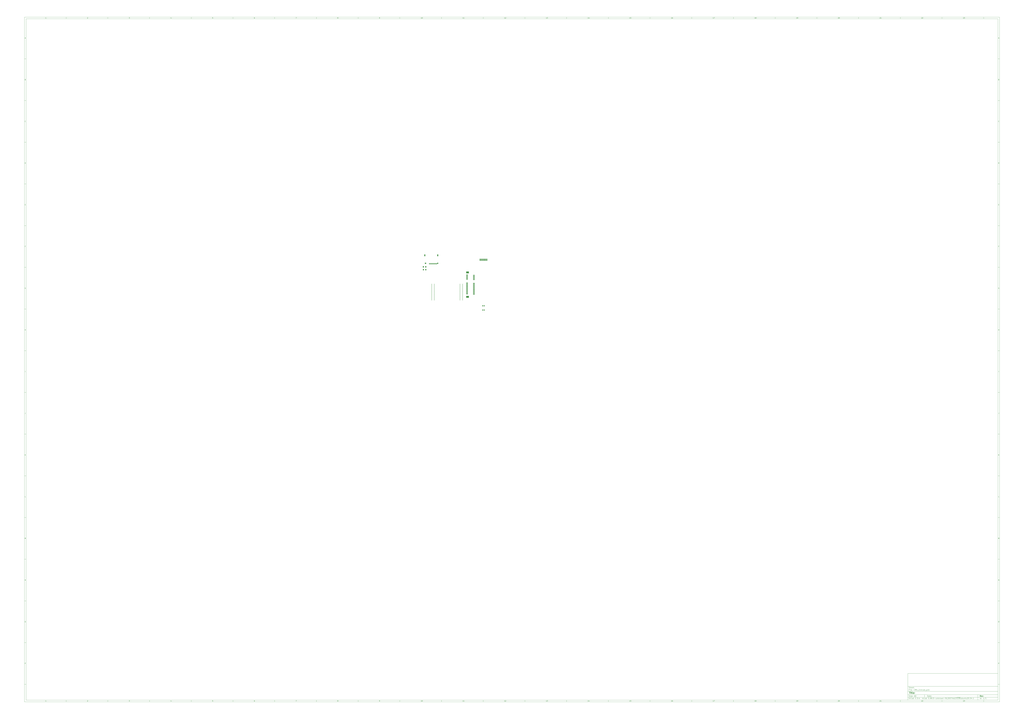
<source format=gbr>
%TF.GenerationSoftware,KiCad,Pcbnew,5.99.0-unknown-912657dd23~106~ubuntu20.04.1*%
%TF.CreationDate,2020-12-28T23:19:27+03:00*%
%TF.ProjectId,CM4_2,434d345f-322e-46b6-9963-61645f706362,rev?*%
%TF.SameCoordinates,PX1ce88340PY15c17540*%
%TF.FileFunction,Paste,Top*%
%TF.FilePolarity,Positive*%
%FSLAX46Y46*%
G04 Gerber Fmt 4.6, Leading zero omitted, Abs format (unit mm)*
G04 Created by KiCad (PCBNEW 5.99.0-unknown-912657dd23~106~ubuntu20.04.1) date 2020-12-28 23:19:27*
%MOMM*%
%LPD*%
G01*
G04 APERTURE LIST*
G04 Aperture macros list*
%AMRoundRect*
0 Rectangle with rounded corners*
0 $1 Rounding radius*
0 $2 $3 $4 $5 $6 $7 $8 $9 X,Y pos of 4 corners*
0 Add a 4 corners polygon primitive as box body*
4,1,4,$2,$3,$4,$5,$6,$7,$8,$9,$2,$3,0*
0 Add four circle primitives for the rounded corners*
1,1,$1+$1,$2,$3,0*
1,1,$1+$1,$4,$5,0*
1,1,$1+$1,$6,$7,0*
1,1,$1+$1,$8,$9,0*
0 Add four rect primitives between the rounded corners*
20,1,$1+$1,$2,$3,$4,$5,0*
20,1,$1+$1,$4,$5,$6,$7,0*
20,1,$1+$1,$6,$7,$8,$9,0*
20,1,$1+$1,$8,$9,$2,$3,0*%
G04 Aperture macros list end*
%ADD10C,0.100000*%
%ADD11C,0.150000*%
%ADD12C,0.300000*%
%ADD13C,0.400000*%
%ADD14RoundRect,0.250000X-0.312500X-0.625000X0.312500X-0.625000X0.312500X0.625000X-0.312500X0.625000X0*%
%ADD15R,2.000000X0.600000*%
%ADD16R,3.200000X2.300000*%
%ADD17R,0.700000X1.600000*%
%ADD18R,1.200000X1.400000*%
%ADD19R,1.600000X1.400000*%
%ADD20R,1.200000X2.200000*%
%ADD21RoundRect,0.250000X0.325000X0.650000X-0.325000X0.650000X-0.325000X-0.650000X0.325000X-0.650000X0*%
%ADD22R,0.700000X0.200000*%
%ADD23RoundRect,0.250000X-0.262500X-0.450000X0.262500X-0.450000X0.262500X0.450000X-0.262500X0.450000X0*%
%ADD24R,0.300000X2.600000*%
G04 APERTURE END LIST*
D10*
D11*
X583999400Y-431994000D02*
X583999400Y-463994000D01*
X691999400Y-463994000D01*
X691999400Y-431994000D01*
X583999400Y-431994000D01*
D10*
D11*
X-475000000Y355000000D02*
X-475000000Y-465994000D01*
X693999400Y-465994000D01*
X693999400Y355000000D01*
X-475000000Y355000000D01*
D10*
D11*
X-473000000Y353000000D02*
X-473000000Y-463994000D01*
X691999400Y-463994000D01*
X691999400Y353000000D01*
X-473000000Y353000000D01*
D10*
D11*
X-425000000Y353000000D02*
X-425000000Y355000000D01*
D10*
D11*
X-375000000Y353000000D02*
X-375000000Y355000000D01*
D10*
D11*
X-325000000Y353000000D02*
X-325000000Y355000000D01*
D10*
D11*
X-275000000Y353000000D02*
X-275000000Y355000000D01*
D10*
D11*
X-225000000Y353000000D02*
X-225000000Y355000000D01*
D10*
D11*
X-175000000Y353000000D02*
X-175000000Y355000000D01*
D10*
D11*
X-125000000Y353000000D02*
X-125000000Y355000000D01*
D10*
D11*
X-75000000Y353000000D02*
X-75000000Y355000000D01*
D10*
D11*
X-25000000Y353000000D02*
X-25000000Y355000000D01*
D10*
D11*
X25000000Y353000000D02*
X25000000Y355000000D01*
D10*
D11*
X75000000Y353000000D02*
X75000000Y355000000D01*
D10*
D11*
X125000000Y353000000D02*
X125000000Y355000000D01*
D10*
D11*
X175000000Y353000000D02*
X175000000Y355000000D01*
D10*
D11*
X225000000Y353000000D02*
X225000000Y355000000D01*
D10*
D11*
X275000000Y353000000D02*
X275000000Y355000000D01*
D10*
D11*
X325000000Y353000000D02*
X325000000Y355000000D01*
D10*
D11*
X375000000Y353000000D02*
X375000000Y355000000D01*
D10*
D11*
X425000000Y353000000D02*
X425000000Y355000000D01*
D10*
D11*
X475000000Y353000000D02*
X475000000Y355000000D01*
D10*
D11*
X525000000Y353000000D02*
X525000000Y355000000D01*
D10*
D11*
X575000000Y353000000D02*
X575000000Y355000000D01*
D10*
D11*
X625000000Y353000000D02*
X625000000Y355000000D01*
D10*
D11*
X675000000Y353000000D02*
X675000000Y355000000D01*
D10*
D11*
X-448934524Y353411905D02*
X-449677381Y353411905D01*
X-449305953Y353411905D02*
X-449305953Y354711905D01*
X-449429762Y354526191D01*
X-449553572Y354402381D01*
X-449677381Y354340477D01*
D10*
D11*
X-399677381Y354588096D02*
X-399615477Y354650000D01*
X-399491667Y354711905D01*
X-399182143Y354711905D01*
X-399058334Y354650000D01*
X-398996429Y354588096D01*
X-398934524Y354464286D01*
X-398934524Y354340477D01*
X-398996429Y354154762D01*
X-399739286Y353411905D01*
X-398934524Y353411905D01*
D10*
D11*
X-349739286Y354711905D02*
X-348934524Y354711905D01*
X-349367858Y354216667D01*
X-349182143Y354216667D01*
X-349058334Y354154762D01*
X-348996429Y354092858D01*
X-348934524Y353969048D01*
X-348934524Y353659524D01*
X-348996429Y353535715D01*
X-349058334Y353473810D01*
X-349182143Y353411905D01*
X-349553572Y353411905D01*
X-349677381Y353473810D01*
X-349739286Y353535715D01*
D10*
D11*
X-299058334Y354278572D02*
X-299058334Y353411905D01*
X-299367858Y354773810D02*
X-299677381Y353845239D01*
X-298872620Y353845239D01*
D10*
D11*
X-248996429Y354711905D02*
X-249615477Y354711905D01*
X-249677381Y354092858D01*
X-249615477Y354154762D01*
X-249491667Y354216667D01*
X-249182143Y354216667D01*
X-249058334Y354154762D01*
X-248996429Y354092858D01*
X-248934524Y353969048D01*
X-248934524Y353659524D01*
X-248996429Y353535715D01*
X-249058334Y353473810D01*
X-249182143Y353411905D01*
X-249491667Y353411905D01*
X-249615477Y353473810D01*
X-249677381Y353535715D01*
D10*
D11*
X-199058334Y354711905D02*
X-199305953Y354711905D01*
X-199429762Y354650000D01*
X-199491667Y354588096D01*
X-199615477Y354402381D01*
X-199677381Y354154762D01*
X-199677381Y353659524D01*
X-199615477Y353535715D01*
X-199553572Y353473810D01*
X-199429762Y353411905D01*
X-199182143Y353411905D01*
X-199058334Y353473810D01*
X-198996429Y353535715D01*
X-198934524Y353659524D01*
X-198934524Y353969048D01*
X-198996429Y354092858D01*
X-199058334Y354154762D01*
X-199182143Y354216667D01*
X-199429762Y354216667D01*
X-199553572Y354154762D01*
X-199615477Y354092858D01*
X-199677381Y353969048D01*
D10*
D11*
X-149739286Y354711905D02*
X-148872620Y354711905D01*
X-149429762Y353411905D01*
D10*
D11*
X-99429762Y354154762D02*
X-99553572Y354216667D01*
X-99615477Y354278572D01*
X-99677381Y354402381D01*
X-99677381Y354464286D01*
X-99615477Y354588096D01*
X-99553572Y354650000D01*
X-99429762Y354711905D01*
X-99182143Y354711905D01*
X-99058334Y354650000D01*
X-98996429Y354588096D01*
X-98934524Y354464286D01*
X-98934524Y354402381D01*
X-98996429Y354278572D01*
X-99058334Y354216667D01*
X-99182143Y354154762D01*
X-99429762Y354154762D01*
X-99553572Y354092858D01*
X-99615477Y354030953D01*
X-99677381Y353907143D01*
X-99677381Y353659524D01*
X-99615477Y353535715D01*
X-99553572Y353473810D01*
X-99429762Y353411905D01*
X-99182143Y353411905D01*
X-99058334Y353473810D01*
X-98996429Y353535715D01*
X-98934524Y353659524D01*
X-98934524Y353907143D01*
X-98996429Y354030953D01*
X-99058334Y354092858D01*
X-99182143Y354154762D01*
D10*
D11*
X-49553572Y353411905D02*
X-49305953Y353411905D01*
X-49182143Y353473810D01*
X-49120239Y353535715D01*
X-48996429Y353721429D01*
X-48934524Y353969048D01*
X-48934524Y354464286D01*
X-48996429Y354588096D01*
X-49058334Y354650000D01*
X-49182143Y354711905D01*
X-49429762Y354711905D01*
X-49553572Y354650000D01*
X-49615477Y354588096D01*
X-49677381Y354464286D01*
X-49677381Y354154762D01*
X-49615477Y354030953D01*
X-49553572Y353969048D01*
X-49429762Y353907143D01*
X-49182143Y353907143D01*
X-49058334Y353969048D01*
X-48996429Y354030953D01*
X-48934524Y354154762D01*
D10*
D11*
X1065476Y353411905D02*
X322619Y353411905D01*
X694047Y353411905D02*
X694047Y354711905D01*
X570238Y354526191D01*
X446428Y354402381D01*
X322619Y354340477D01*
X1870238Y354711905D02*
X1994047Y354711905D01*
X2117857Y354650000D01*
X2179761Y354588096D01*
X2241666Y354464286D01*
X2303571Y354216667D01*
X2303571Y353907143D01*
X2241666Y353659524D01*
X2179761Y353535715D01*
X2117857Y353473810D01*
X1994047Y353411905D01*
X1870238Y353411905D01*
X1746428Y353473810D01*
X1684523Y353535715D01*
X1622619Y353659524D01*
X1560714Y353907143D01*
X1560714Y354216667D01*
X1622619Y354464286D01*
X1684523Y354588096D01*
X1746428Y354650000D01*
X1870238Y354711905D01*
D10*
D11*
X51065476Y353411905D02*
X50322619Y353411905D01*
X50694047Y353411905D02*
X50694047Y354711905D01*
X50570238Y354526191D01*
X50446428Y354402381D01*
X50322619Y354340477D01*
X52303571Y353411905D02*
X51560714Y353411905D01*
X51932142Y353411905D02*
X51932142Y354711905D01*
X51808333Y354526191D01*
X51684523Y354402381D01*
X51560714Y354340477D01*
D10*
D11*
X101065476Y353411905D02*
X100322619Y353411905D01*
X100694047Y353411905D02*
X100694047Y354711905D01*
X100570238Y354526191D01*
X100446428Y354402381D01*
X100322619Y354340477D01*
X101560714Y354588096D02*
X101622619Y354650000D01*
X101746428Y354711905D01*
X102055952Y354711905D01*
X102179761Y354650000D01*
X102241666Y354588096D01*
X102303571Y354464286D01*
X102303571Y354340477D01*
X102241666Y354154762D01*
X101498809Y353411905D01*
X102303571Y353411905D01*
D10*
D11*
X151065476Y353411905D02*
X150322619Y353411905D01*
X150694047Y353411905D02*
X150694047Y354711905D01*
X150570238Y354526191D01*
X150446428Y354402381D01*
X150322619Y354340477D01*
X151498809Y354711905D02*
X152303571Y354711905D01*
X151870238Y354216667D01*
X152055952Y354216667D01*
X152179761Y354154762D01*
X152241666Y354092858D01*
X152303571Y353969048D01*
X152303571Y353659524D01*
X152241666Y353535715D01*
X152179761Y353473810D01*
X152055952Y353411905D01*
X151684523Y353411905D01*
X151560714Y353473810D01*
X151498809Y353535715D01*
D10*
D11*
X201065476Y353411905D02*
X200322619Y353411905D01*
X200694047Y353411905D02*
X200694047Y354711905D01*
X200570238Y354526191D01*
X200446428Y354402381D01*
X200322619Y354340477D01*
X202179761Y354278572D02*
X202179761Y353411905D01*
X201870238Y354773810D02*
X201560714Y353845239D01*
X202365476Y353845239D01*
D10*
D11*
X251065476Y353411905D02*
X250322619Y353411905D01*
X250694047Y353411905D02*
X250694047Y354711905D01*
X250570238Y354526191D01*
X250446428Y354402381D01*
X250322619Y354340477D01*
X252241666Y354711905D02*
X251622619Y354711905D01*
X251560714Y354092858D01*
X251622619Y354154762D01*
X251746428Y354216667D01*
X252055952Y354216667D01*
X252179761Y354154762D01*
X252241666Y354092858D01*
X252303571Y353969048D01*
X252303571Y353659524D01*
X252241666Y353535715D01*
X252179761Y353473810D01*
X252055952Y353411905D01*
X251746428Y353411905D01*
X251622619Y353473810D01*
X251560714Y353535715D01*
D10*
D11*
X301065476Y353411905D02*
X300322619Y353411905D01*
X300694047Y353411905D02*
X300694047Y354711905D01*
X300570238Y354526191D01*
X300446428Y354402381D01*
X300322619Y354340477D01*
X302179761Y354711905D02*
X301932142Y354711905D01*
X301808333Y354650000D01*
X301746428Y354588096D01*
X301622619Y354402381D01*
X301560714Y354154762D01*
X301560714Y353659524D01*
X301622619Y353535715D01*
X301684523Y353473810D01*
X301808333Y353411905D01*
X302055952Y353411905D01*
X302179761Y353473810D01*
X302241666Y353535715D01*
X302303571Y353659524D01*
X302303571Y353969048D01*
X302241666Y354092858D01*
X302179761Y354154762D01*
X302055952Y354216667D01*
X301808333Y354216667D01*
X301684523Y354154762D01*
X301622619Y354092858D01*
X301560714Y353969048D01*
D10*
D11*
X351065476Y353411905D02*
X350322619Y353411905D01*
X350694047Y353411905D02*
X350694047Y354711905D01*
X350570238Y354526191D01*
X350446428Y354402381D01*
X350322619Y354340477D01*
X351498809Y354711905D02*
X352365476Y354711905D01*
X351808333Y353411905D01*
D10*
D11*
X401065476Y353411905D02*
X400322619Y353411905D01*
X400694047Y353411905D02*
X400694047Y354711905D01*
X400570238Y354526191D01*
X400446428Y354402381D01*
X400322619Y354340477D01*
X401808333Y354154762D02*
X401684523Y354216667D01*
X401622619Y354278572D01*
X401560714Y354402381D01*
X401560714Y354464286D01*
X401622619Y354588096D01*
X401684523Y354650000D01*
X401808333Y354711905D01*
X402055952Y354711905D01*
X402179761Y354650000D01*
X402241666Y354588096D01*
X402303571Y354464286D01*
X402303571Y354402381D01*
X402241666Y354278572D01*
X402179761Y354216667D01*
X402055952Y354154762D01*
X401808333Y354154762D01*
X401684523Y354092858D01*
X401622619Y354030953D01*
X401560714Y353907143D01*
X401560714Y353659524D01*
X401622619Y353535715D01*
X401684523Y353473810D01*
X401808333Y353411905D01*
X402055952Y353411905D01*
X402179761Y353473810D01*
X402241666Y353535715D01*
X402303571Y353659524D01*
X402303571Y353907143D01*
X402241666Y354030953D01*
X402179761Y354092858D01*
X402055952Y354154762D01*
D10*
D11*
X451065476Y353411905D02*
X450322619Y353411905D01*
X450694047Y353411905D02*
X450694047Y354711905D01*
X450570238Y354526191D01*
X450446428Y354402381D01*
X450322619Y354340477D01*
X451684523Y353411905D02*
X451932142Y353411905D01*
X452055952Y353473810D01*
X452117857Y353535715D01*
X452241666Y353721429D01*
X452303571Y353969048D01*
X452303571Y354464286D01*
X452241666Y354588096D01*
X452179761Y354650000D01*
X452055952Y354711905D01*
X451808333Y354711905D01*
X451684523Y354650000D01*
X451622619Y354588096D01*
X451560714Y354464286D01*
X451560714Y354154762D01*
X451622619Y354030953D01*
X451684523Y353969048D01*
X451808333Y353907143D01*
X452055952Y353907143D01*
X452179761Y353969048D01*
X452241666Y354030953D01*
X452303571Y354154762D01*
D10*
D11*
X500322619Y354588096D02*
X500384523Y354650000D01*
X500508333Y354711905D01*
X500817857Y354711905D01*
X500941666Y354650000D01*
X501003571Y354588096D01*
X501065476Y354464286D01*
X501065476Y354340477D01*
X501003571Y354154762D01*
X500260714Y353411905D01*
X501065476Y353411905D01*
X501870238Y354711905D02*
X501994047Y354711905D01*
X502117857Y354650000D01*
X502179761Y354588096D01*
X502241666Y354464286D01*
X502303571Y354216667D01*
X502303571Y353907143D01*
X502241666Y353659524D01*
X502179761Y353535715D01*
X502117857Y353473810D01*
X501994047Y353411905D01*
X501870238Y353411905D01*
X501746428Y353473810D01*
X501684523Y353535715D01*
X501622619Y353659524D01*
X501560714Y353907143D01*
X501560714Y354216667D01*
X501622619Y354464286D01*
X501684523Y354588096D01*
X501746428Y354650000D01*
X501870238Y354711905D01*
D10*
D11*
X550322619Y354588096D02*
X550384523Y354650000D01*
X550508333Y354711905D01*
X550817857Y354711905D01*
X550941666Y354650000D01*
X551003571Y354588096D01*
X551065476Y354464286D01*
X551065476Y354340477D01*
X551003571Y354154762D01*
X550260714Y353411905D01*
X551065476Y353411905D01*
X552303571Y353411905D02*
X551560714Y353411905D01*
X551932142Y353411905D02*
X551932142Y354711905D01*
X551808333Y354526191D01*
X551684523Y354402381D01*
X551560714Y354340477D01*
D10*
D11*
X600322619Y354588096D02*
X600384523Y354650000D01*
X600508333Y354711905D01*
X600817857Y354711905D01*
X600941666Y354650000D01*
X601003571Y354588096D01*
X601065476Y354464286D01*
X601065476Y354340477D01*
X601003571Y354154762D01*
X600260714Y353411905D01*
X601065476Y353411905D01*
X601560714Y354588096D02*
X601622619Y354650000D01*
X601746428Y354711905D01*
X602055952Y354711905D01*
X602179761Y354650000D01*
X602241666Y354588096D01*
X602303571Y354464286D01*
X602303571Y354340477D01*
X602241666Y354154762D01*
X601498809Y353411905D01*
X602303571Y353411905D01*
D10*
D11*
X650322619Y354588096D02*
X650384523Y354650000D01*
X650508333Y354711905D01*
X650817857Y354711905D01*
X650941666Y354650000D01*
X651003571Y354588096D01*
X651065476Y354464286D01*
X651065476Y354340477D01*
X651003571Y354154762D01*
X650260714Y353411905D01*
X651065476Y353411905D01*
X651498809Y354711905D02*
X652303571Y354711905D01*
X651870238Y354216667D01*
X652055952Y354216667D01*
X652179761Y354154762D01*
X652241666Y354092858D01*
X652303571Y353969048D01*
X652303571Y353659524D01*
X652241666Y353535715D01*
X652179761Y353473810D01*
X652055952Y353411905D01*
X651684523Y353411905D01*
X651560714Y353473810D01*
X651498809Y353535715D01*
D10*
D11*
X-425000000Y-463994000D02*
X-425000000Y-465994000D01*
D10*
D11*
X-375000000Y-463994000D02*
X-375000000Y-465994000D01*
D10*
D11*
X-325000000Y-463994000D02*
X-325000000Y-465994000D01*
D10*
D11*
X-275000000Y-463994000D02*
X-275000000Y-465994000D01*
D10*
D11*
X-225000000Y-463994000D02*
X-225000000Y-465994000D01*
D10*
D11*
X-175000000Y-463994000D02*
X-175000000Y-465994000D01*
D10*
D11*
X-125000000Y-463994000D02*
X-125000000Y-465994000D01*
D10*
D11*
X-75000000Y-463994000D02*
X-75000000Y-465994000D01*
D10*
D11*
X-25000000Y-463994000D02*
X-25000000Y-465994000D01*
D10*
D11*
X25000000Y-463994000D02*
X25000000Y-465994000D01*
D10*
D11*
X75000000Y-463994000D02*
X75000000Y-465994000D01*
D10*
D11*
X125000000Y-463994000D02*
X125000000Y-465994000D01*
D10*
D11*
X175000000Y-463994000D02*
X175000000Y-465994000D01*
D10*
D11*
X225000000Y-463994000D02*
X225000000Y-465994000D01*
D10*
D11*
X275000000Y-463994000D02*
X275000000Y-465994000D01*
D10*
D11*
X325000000Y-463994000D02*
X325000000Y-465994000D01*
D10*
D11*
X375000000Y-463994000D02*
X375000000Y-465994000D01*
D10*
D11*
X425000000Y-463994000D02*
X425000000Y-465994000D01*
D10*
D11*
X475000000Y-463994000D02*
X475000000Y-465994000D01*
D10*
D11*
X525000000Y-463994000D02*
X525000000Y-465994000D01*
D10*
D11*
X575000000Y-463994000D02*
X575000000Y-465994000D01*
D10*
D11*
X625000000Y-463994000D02*
X625000000Y-465994000D01*
D10*
D11*
X675000000Y-463994000D02*
X675000000Y-465994000D01*
D10*
D11*
X-448934524Y-465582095D02*
X-449677381Y-465582095D01*
X-449305953Y-465582095D02*
X-449305953Y-464282095D01*
X-449429762Y-464467809D01*
X-449553572Y-464591619D01*
X-449677381Y-464653523D01*
D10*
D11*
X-399677381Y-464405904D02*
X-399615477Y-464344000D01*
X-399491667Y-464282095D01*
X-399182143Y-464282095D01*
X-399058334Y-464344000D01*
X-398996429Y-464405904D01*
X-398934524Y-464529714D01*
X-398934524Y-464653523D01*
X-398996429Y-464839238D01*
X-399739286Y-465582095D01*
X-398934524Y-465582095D01*
D10*
D11*
X-349739286Y-464282095D02*
X-348934524Y-464282095D01*
X-349367858Y-464777333D01*
X-349182143Y-464777333D01*
X-349058334Y-464839238D01*
X-348996429Y-464901142D01*
X-348934524Y-465024952D01*
X-348934524Y-465334476D01*
X-348996429Y-465458285D01*
X-349058334Y-465520190D01*
X-349182143Y-465582095D01*
X-349553572Y-465582095D01*
X-349677381Y-465520190D01*
X-349739286Y-465458285D01*
D10*
D11*
X-299058334Y-464715428D02*
X-299058334Y-465582095D01*
X-299367858Y-464220190D02*
X-299677381Y-465148761D01*
X-298872620Y-465148761D01*
D10*
D11*
X-248996429Y-464282095D02*
X-249615477Y-464282095D01*
X-249677381Y-464901142D01*
X-249615477Y-464839238D01*
X-249491667Y-464777333D01*
X-249182143Y-464777333D01*
X-249058334Y-464839238D01*
X-248996429Y-464901142D01*
X-248934524Y-465024952D01*
X-248934524Y-465334476D01*
X-248996429Y-465458285D01*
X-249058334Y-465520190D01*
X-249182143Y-465582095D01*
X-249491667Y-465582095D01*
X-249615477Y-465520190D01*
X-249677381Y-465458285D01*
D10*
D11*
X-199058334Y-464282095D02*
X-199305953Y-464282095D01*
X-199429762Y-464344000D01*
X-199491667Y-464405904D01*
X-199615477Y-464591619D01*
X-199677381Y-464839238D01*
X-199677381Y-465334476D01*
X-199615477Y-465458285D01*
X-199553572Y-465520190D01*
X-199429762Y-465582095D01*
X-199182143Y-465582095D01*
X-199058334Y-465520190D01*
X-198996429Y-465458285D01*
X-198934524Y-465334476D01*
X-198934524Y-465024952D01*
X-198996429Y-464901142D01*
X-199058334Y-464839238D01*
X-199182143Y-464777333D01*
X-199429762Y-464777333D01*
X-199553572Y-464839238D01*
X-199615477Y-464901142D01*
X-199677381Y-465024952D01*
D10*
D11*
X-149739286Y-464282095D02*
X-148872620Y-464282095D01*
X-149429762Y-465582095D01*
D10*
D11*
X-99429762Y-464839238D02*
X-99553572Y-464777333D01*
X-99615477Y-464715428D01*
X-99677381Y-464591619D01*
X-99677381Y-464529714D01*
X-99615477Y-464405904D01*
X-99553572Y-464344000D01*
X-99429762Y-464282095D01*
X-99182143Y-464282095D01*
X-99058334Y-464344000D01*
X-98996429Y-464405904D01*
X-98934524Y-464529714D01*
X-98934524Y-464591619D01*
X-98996429Y-464715428D01*
X-99058334Y-464777333D01*
X-99182143Y-464839238D01*
X-99429762Y-464839238D01*
X-99553572Y-464901142D01*
X-99615477Y-464963047D01*
X-99677381Y-465086857D01*
X-99677381Y-465334476D01*
X-99615477Y-465458285D01*
X-99553572Y-465520190D01*
X-99429762Y-465582095D01*
X-99182143Y-465582095D01*
X-99058334Y-465520190D01*
X-98996429Y-465458285D01*
X-98934524Y-465334476D01*
X-98934524Y-465086857D01*
X-98996429Y-464963047D01*
X-99058334Y-464901142D01*
X-99182143Y-464839238D01*
D10*
D11*
X-49553572Y-465582095D02*
X-49305953Y-465582095D01*
X-49182143Y-465520190D01*
X-49120239Y-465458285D01*
X-48996429Y-465272571D01*
X-48934524Y-465024952D01*
X-48934524Y-464529714D01*
X-48996429Y-464405904D01*
X-49058334Y-464344000D01*
X-49182143Y-464282095D01*
X-49429762Y-464282095D01*
X-49553572Y-464344000D01*
X-49615477Y-464405904D01*
X-49677381Y-464529714D01*
X-49677381Y-464839238D01*
X-49615477Y-464963047D01*
X-49553572Y-465024952D01*
X-49429762Y-465086857D01*
X-49182143Y-465086857D01*
X-49058334Y-465024952D01*
X-48996429Y-464963047D01*
X-48934524Y-464839238D01*
D10*
D11*
X1065476Y-465582095D02*
X322619Y-465582095D01*
X694047Y-465582095D02*
X694047Y-464282095D01*
X570238Y-464467809D01*
X446428Y-464591619D01*
X322619Y-464653523D01*
X1870238Y-464282095D02*
X1994047Y-464282095D01*
X2117857Y-464344000D01*
X2179761Y-464405904D01*
X2241666Y-464529714D01*
X2303571Y-464777333D01*
X2303571Y-465086857D01*
X2241666Y-465334476D01*
X2179761Y-465458285D01*
X2117857Y-465520190D01*
X1994047Y-465582095D01*
X1870238Y-465582095D01*
X1746428Y-465520190D01*
X1684523Y-465458285D01*
X1622619Y-465334476D01*
X1560714Y-465086857D01*
X1560714Y-464777333D01*
X1622619Y-464529714D01*
X1684523Y-464405904D01*
X1746428Y-464344000D01*
X1870238Y-464282095D01*
D10*
D11*
X51065476Y-465582095D02*
X50322619Y-465582095D01*
X50694047Y-465582095D02*
X50694047Y-464282095D01*
X50570238Y-464467809D01*
X50446428Y-464591619D01*
X50322619Y-464653523D01*
X52303571Y-465582095D02*
X51560714Y-465582095D01*
X51932142Y-465582095D02*
X51932142Y-464282095D01*
X51808333Y-464467809D01*
X51684523Y-464591619D01*
X51560714Y-464653523D01*
D10*
D11*
X101065476Y-465582095D02*
X100322619Y-465582095D01*
X100694047Y-465582095D02*
X100694047Y-464282095D01*
X100570238Y-464467809D01*
X100446428Y-464591619D01*
X100322619Y-464653523D01*
X101560714Y-464405904D02*
X101622619Y-464344000D01*
X101746428Y-464282095D01*
X102055952Y-464282095D01*
X102179761Y-464344000D01*
X102241666Y-464405904D01*
X102303571Y-464529714D01*
X102303571Y-464653523D01*
X102241666Y-464839238D01*
X101498809Y-465582095D01*
X102303571Y-465582095D01*
D10*
D11*
X151065476Y-465582095D02*
X150322619Y-465582095D01*
X150694047Y-465582095D02*
X150694047Y-464282095D01*
X150570238Y-464467809D01*
X150446428Y-464591619D01*
X150322619Y-464653523D01*
X151498809Y-464282095D02*
X152303571Y-464282095D01*
X151870238Y-464777333D01*
X152055952Y-464777333D01*
X152179761Y-464839238D01*
X152241666Y-464901142D01*
X152303571Y-465024952D01*
X152303571Y-465334476D01*
X152241666Y-465458285D01*
X152179761Y-465520190D01*
X152055952Y-465582095D01*
X151684523Y-465582095D01*
X151560714Y-465520190D01*
X151498809Y-465458285D01*
D10*
D11*
X201065476Y-465582095D02*
X200322619Y-465582095D01*
X200694047Y-465582095D02*
X200694047Y-464282095D01*
X200570238Y-464467809D01*
X200446428Y-464591619D01*
X200322619Y-464653523D01*
X202179761Y-464715428D02*
X202179761Y-465582095D01*
X201870238Y-464220190D02*
X201560714Y-465148761D01*
X202365476Y-465148761D01*
D10*
D11*
X251065476Y-465582095D02*
X250322619Y-465582095D01*
X250694047Y-465582095D02*
X250694047Y-464282095D01*
X250570238Y-464467809D01*
X250446428Y-464591619D01*
X250322619Y-464653523D01*
X252241666Y-464282095D02*
X251622619Y-464282095D01*
X251560714Y-464901142D01*
X251622619Y-464839238D01*
X251746428Y-464777333D01*
X252055952Y-464777333D01*
X252179761Y-464839238D01*
X252241666Y-464901142D01*
X252303571Y-465024952D01*
X252303571Y-465334476D01*
X252241666Y-465458285D01*
X252179761Y-465520190D01*
X252055952Y-465582095D01*
X251746428Y-465582095D01*
X251622619Y-465520190D01*
X251560714Y-465458285D01*
D10*
D11*
X301065476Y-465582095D02*
X300322619Y-465582095D01*
X300694047Y-465582095D02*
X300694047Y-464282095D01*
X300570238Y-464467809D01*
X300446428Y-464591619D01*
X300322619Y-464653523D01*
X302179761Y-464282095D02*
X301932142Y-464282095D01*
X301808333Y-464344000D01*
X301746428Y-464405904D01*
X301622619Y-464591619D01*
X301560714Y-464839238D01*
X301560714Y-465334476D01*
X301622619Y-465458285D01*
X301684523Y-465520190D01*
X301808333Y-465582095D01*
X302055952Y-465582095D01*
X302179761Y-465520190D01*
X302241666Y-465458285D01*
X302303571Y-465334476D01*
X302303571Y-465024952D01*
X302241666Y-464901142D01*
X302179761Y-464839238D01*
X302055952Y-464777333D01*
X301808333Y-464777333D01*
X301684523Y-464839238D01*
X301622619Y-464901142D01*
X301560714Y-465024952D01*
D10*
D11*
X351065476Y-465582095D02*
X350322619Y-465582095D01*
X350694047Y-465582095D02*
X350694047Y-464282095D01*
X350570238Y-464467809D01*
X350446428Y-464591619D01*
X350322619Y-464653523D01*
X351498809Y-464282095D02*
X352365476Y-464282095D01*
X351808333Y-465582095D01*
D10*
D11*
X401065476Y-465582095D02*
X400322619Y-465582095D01*
X400694047Y-465582095D02*
X400694047Y-464282095D01*
X400570238Y-464467809D01*
X400446428Y-464591619D01*
X400322619Y-464653523D01*
X401808333Y-464839238D02*
X401684523Y-464777333D01*
X401622619Y-464715428D01*
X401560714Y-464591619D01*
X401560714Y-464529714D01*
X401622619Y-464405904D01*
X401684523Y-464344000D01*
X401808333Y-464282095D01*
X402055952Y-464282095D01*
X402179761Y-464344000D01*
X402241666Y-464405904D01*
X402303571Y-464529714D01*
X402303571Y-464591619D01*
X402241666Y-464715428D01*
X402179761Y-464777333D01*
X402055952Y-464839238D01*
X401808333Y-464839238D01*
X401684523Y-464901142D01*
X401622619Y-464963047D01*
X401560714Y-465086857D01*
X401560714Y-465334476D01*
X401622619Y-465458285D01*
X401684523Y-465520190D01*
X401808333Y-465582095D01*
X402055952Y-465582095D01*
X402179761Y-465520190D01*
X402241666Y-465458285D01*
X402303571Y-465334476D01*
X402303571Y-465086857D01*
X402241666Y-464963047D01*
X402179761Y-464901142D01*
X402055952Y-464839238D01*
D10*
D11*
X451065476Y-465582095D02*
X450322619Y-465582095D01*
X450694047Y-465582095D02*
X450694047Y-464282095D01*
X450570238Y-464467809D01*
X450446428Y-464591619D01*
X450322619Y-464653523D01*
X451684523Y-465582095D02*
X451932142Y-465582095D01*
X452055952Y-465520190D01*
X452117857Y-465458285D01*
X452241666Y-465272571D01*
X452303571Y-465024952D01*
X452303571Y-464529714D01*
X452241666Y-464405904D01*
X452179761Y-464344000D01*
X452055952Y-464282095D01*
X451808333Y-464282095D01*
X451684523Y-464344000D01*
X451622619Y-464405904D01*
X451560714Y-464529714D01*
X451560714Y-464839238D01*
X451622619Y-464963047D01*
X451684523Y-465024952D01*
X451808333Y-465086857D01*
X452055952Y-465086857D01*
X452179761Y-465024952D01*
X452241666Y-464963047D01*
X452303571Y-464839238D01*
D10*
D11*
X500322619Y-464405904D02*
X500384523Y-464344000D01*
X500508333Y-464282095D01*
X500817857Y-464282095D01*
X500941666Y-464344000D01*
X501003571Y-464405904D01*
X501065476Y-464529714D01*
X501065476Y-464653523D01*
X501003571Y-464839238D01*
X500260714Y-465582095D01*
X501065476Y-465582095D01*
X501870238Y-464282095D02*
X501994047Y-464282095D01*
X502117857Y-464344000D01*
X502179761Y-464405904D01*
X502241666Y-464529714D01*
X502303571Y-464777333D01*
X502303571Y-465086857D01*
X502241666Y-465334476D01*
X502179761Y-465458285D01*
X502117857Y-465520190D01*
X501994047Y-465582095D01*
X501870238Y-465582095D01*
X501746428Y-465520190D01*
X501684523Y-465458285D01*
X501622619Y-465334476D01*
X501560714Y-465086857D01*
X501560714Y-464777333D01*
X501622619Y-464529714D01*
X501684523Y-464405904D01*
X501746428Y-464344000D01*
X501870238Y-464282095D01*
D10*
D11*
X550322619Y-464405904D02*
X550384523Y-464344000D01*
X550508333Y-464282095D01*
X550817857Y-464282095D01*
X550941666Y-464344000D01*
X551003571Y-464405904D01*
X551065476Y-464529714D01*
X551065476Y-464653523D01*
X551003571Y-464839238D01*
X550260714Y-465582095D01*
X551065476Y-465582095D01*
X552303571Y-465582095D02*
X551560714Y-465582095D01*
X551932142Y-465582095D02*
X551932142Y-464282095D01*
X551808333Y-464467809D01*
X551684523Y-464591619D01*
X551560714Y-464653523D01*
D10*
D11*
X600322619Y-464405904D02*
X600384523Y-464344000D01*
X600508333Y-464282095D01*
X600817857Y-464282095D01*
X600941666Y-464344000D01*
X601003571Y-464405904D01*
X601065476Y-464529714D01*
X601065476Y-464653523D01*
X601003571Y-464839238D01*
X600260714Y-465582095D01*
X601065476Y-465582095D01*
X601560714Y-464405904D02*
X601622619Y-464344000D01*
X601746428Y-464282095D01*
X602055952Y-464282095D01*
X602179761Y-464344000D01*
X602241666Y-464405904D01*
X602303571Y-464529714D01*
X602303571Y-464653523D01*
X602241666Y-464839238D01*
X601498809Y-465582095D01*
X602303571Y-465582095D01*
D10*
D11*
X650322619Y-464405904D02*
X650384523Y-464344000D01*
X650508333Y-464282095D01*
X650817857Y-464282095D01*
X650941666Y-464344000D01*
X651003571Y-464405904D01*
X651065476Y-464529714D01*
X651065476Y-464653523D01*
X651003571Y-464839238D01*
X650260714Y-465582095D01*
X651065476Y-465582095D01*
X651498809Y-464282095D02*
X652303571Y-464282095D01*
X651870238Y-464777333D01*
X652055952Y-464777333D01*
X652179761Y-464839238D01*
X652241666Y-464901142D01*
X652303571Y-465024952D01*
X652303571Y-465334476D01*
X652241666Y-465458285D01*
X652179761Y-465520190D01*
X652055952Y-465582095D01*
X651684523Y-465582095D01*
X651560714Y-465520190D01*
X651498809Y-465458285D01*
D10*
D11*
X-475000000Y305000000D02*
X-473000000Y305000000D01*
D10*
D11*
X-475000000Y255000000D02*
X-473000000Y255000000D01*
D10*
D11*
X-475000000Y205000000D02*
X-473000000Y205000000D01*
D10*
D11*
X-475000000Y155000000D02*
X-473000000Y155000000D01*
D10*
D11*
X-475000000Y105000000D02*
X-473000000Y105000000D01*
D10*
D11*
X-475000000Y55000000D02*
X-473000000Y55000000D01*
D10*
D11*
X-475000000Y5000000D02*
X-473000000Y5000000D01*
D10*
D11*
X-475000000Y-45000000D02*
X-473000000Y-45000000D01*
D10*
D11*
X-475000000Y-95000000D02*
X-473000000Y-95000000D01*
D10*
D11*
X-475000000Y-145000000D02*
X-473000000Y-145000000D01*
D10*
D11*
X-475000000Y-195000000D02*
X-473000000Y-195000000D01*
D10*
D11*
X-475000000Y-245000000D02*
X-473000000Y-245000000D01*
D10*
D11*
X-475000000Y-295000000D02*
X-473000000Y-295000000D01*
D10*
D11*
X-475000000Y-345000000D02*
X-473000000Y-345000000D01*
D10*
D11*
X-475000000Y-395000000D02*
X-473000000Y-395000000D01*
D10*
D11*
X-475000000Y-445000000D02*
X-473000000Y-445000000D01*
D10*
D11*
X-474309524Y329783334D02*
X-473690477Y329783334D01*
X-474433334Y329411905D02*
X-474000000Y330711905D01*
X-473566667Y329411905D01*
D10*
D11*
X-473907143Y280092858D02*
X-473721429Y280030953D01*
X-473659524Y279969048D01*
X-473597620Y279845239D01*
X-473597620Y279659524D01*
X-473659524Y279535715D01*
X-473721429Y279473810D01*
X-473845239Y279411905D01*
X-474340477Y279411905D01*
X-474340477Y280711905D01*
X-473907143Y280711905D01*
X-473783334Y280650000D01*
X-473721429Y280588096D01*
X-473659524Y280464286D01*
X-473659524Y280340477D01*
X-473721429Y280216667D01*
X-473783334Y280154762D01*
X-473907143Y280092858D01*
X-474340477Y280092858D01*
D10*
D11*
X-473597620Y229535715D02*
X-473659524Y229473810D01*
X-473845239Y229411905D01*
X-473969048Y229411905D01*
X-474154762Y229473810D01*
X-474278572Y229597620D01*
X-474340477Y229721429D01*
X-474402381Y229969048D01*
X-474402381Y230154762D01*
X-474340477Y230402381D01*
X-474278572Y230526191D01*
X-474154762Y230650000D01*
X-473969048Y230711905D01*
X-473845239Y230711905D01*
X-473659524Y230650000D01*
X-473597620Y230588096D01*
D10*
D11*
X-474340477Y179411905D02*
X-474340477Y180711905D01*
X-474030953Y180711905D01*
X-473845239Y180650000D01*
X-473721429Y180526191D01*
X-473659524Y180402381D01*
X-473597620Y180154762D01*
X-473597620Y179969048D01*
X-473659524Y179721429D01*
X-473721429Y179597620D01*
X-473845239Y179473810D01*
X-474030953Y179411905D01*
X-474340477Y179411905D01*
D10*
D11*
X-474278572Y130092858D02*
X-473845239Y130092858D01*
X-473659524Y129411905D02*
X-474278572Y129411905D01*
X-474278572Y130711905D01*
X-473659524Y130711905D01*
D10*
D11*
X-473814286Y80092858D02*
X-474247620Y80092858D01*
X-474247620Y79411905D02*
X-474247620Y80711905D01*
X-473628572Y80711905D01*
D10*
D11*
X-473659524Y30650000D02*
X-473783334Y30711905D01*
X-473969048Y30711905D01*
X-474154762Y30650000D01*
X-474278572Y30526191D01*
X-474340477Y30402381D01*
X-474402381Y30154762D01*
X-474402381Y29969048D01*
X-474340477Y29721429D01*
X-474278572Y29597620D01*
X-474154762Y29473810D01*
X-473969048Y29411905D01*
X-473845239Y29411905D01*
X-473659524Y29473810D01*
X-473597620Y29535715D01*
X-473597620Y29969048D01*
X-473845239Y29969048D01*
D10*
D11*
X-474371429Y-20588095D02*
X-474371429Y-19288095D01*
X-474371429Y-19907142D02*
X-473628572Y-19907142D01*
X-473628572Y-20588095D02*
X-473628572Y-19288095D01*
D10*
D11*
X-474000000Y-70588095D02*
X-474000000Y-69288095D01*
D10*
D11*
X-473814286Y-119288095D02*
X-473814286Y-120216666D01*
X-473876191Y-120402380D01*
X-474000000Y-120526190D01*
X-474185715Y-120588095D01*
X-474309524Y-120588095D01*
D10*
D11*
X-474340477Y-170588095D02*
X-474340477Y-169288095D01*
X-473597620Y-170588095D02*
X-474154762Y-169845238D01*
X-473597620Y-169288095D02*
X-474340477Y-170030952D01*
D10*
D11*
X-473597620Y-220588095D02*
X-474216667Y-220588095D01*
X-474216667Y-219288095D01*
D10*
D11*
X-474433334Y-270588095D02*
X-474433334Y-269288095D01*
X-474000000Y-270216666D01*
X-473566667Y-269288095D01*
X-473566667Y-270588095D01*
D10*
D11*
X-474371429Y-320588095D02*
X-474371429Y-319288095D01*
X-473628572Y-320588095D01*
X-473628572Y-319288095D01*
D10*
D11*
X-474123810Y-369288095D02*
X-473876191Y-369288095D01*
X-473752381Y-369350000D01*
X-473628572Y-369473809D01*
X-473566667Y-369721428D01*
X-473566667Y-370154761D01*
X-473628572Y-370402380D01*
X-473752381Y-370526190D01*
X-473876191Y-370588095D01*
X-474123810Y-370588095D01*
X-474247620Y-370526190D01*
X-474371429Y-370402380D01*
X-474433334Y-370154761D01*
X-474433334Y-369721428D01*
X-474371429Y-369473809D01*
X-474247620Y-369350000D01*
X-474123810Y-369288095D01*
D10*
D11*
X-474340477Y-420588095D02*
X-474340477Y-419288095D01*
X-473845239Y-419288095D01*
X-473721429Y-419350000D01*
X-473659524Y-419411904D01*
X-473597620Y-419535714D01*
X-473597620Y-419721428D01*
X-473659524Y-419845238D01*
X-473721429Y-419907142D01*
X-473845239Y-419969047D01*
X-474340477Y-419969047D01*
D10*
D11*
X693999400Y305000000D02*
X691999400Y305000000D01*
D10*
D11*
X693999400Y255000000D02*
X691999400Y255000000D01*
D10*
D11*
X693999400Y205000000D02*
X691999400Y205000000D01*
D10*
D11*
X693999400Y155000000D02*
X691999400Y155000000D01*
D10*
D11*
X693999400Y105000000D02*
X691999400Y105000000D01*
D10*
D11*
X693999400Y55000000D02*
X691999400Y55000000D01*
D10*
D11*
X693999400Y5000000D02*
X691999400Y5000000D01*
D10*
D11*
X693999400Y-45000000D02*
X691999400Y-45000000D01*
D10*
D11*
X693999400Y-95000000D02*
X691999400Y-95000000D01*
D10*
D11*
X693999400Y-145000000D02*
X691999400Y-145000000D01*
D10*
D11*
X693999400Y-195000000D02*
X691999400Y-195000000D01*
D10*
D11*
X693999400Y-245000000D02*
X691999400Y-245000000D01*
D10*
D11*
X693999400Y-295000000D02*
X691999400Y-295000000D01*
D10*
D11*
X693999400Y-345000000D02*
X691999400Y-345000000D01*
D10*
D11*
X693999400Y-395000000D02*
X691999400Y-395000000D01*
D10*
D11*
X693999400Y-445000000D02*
X691999400Y-445000000D01*
D10*
D11*
X692689876Y329783334D02*
X693308923Y329783334D01*
X692566066Y329411905D02*
X692999400Y330711905D01*
X693432733Y329411905D01*
D10*
D11*
X693092257Y280092858D02*
X693277971Y280030953D01*
X693339876Y279969048D01*
X693401780Y279845239D01*
X693401780Y279659524D01*
X693339876Y279535715D01*
X693277971Y279473810D01*
X693154161Y279411905D01*
X692658923Y279411905D01*
X692658923Y280711905D01*
X693092257Y280711905D01*
X693216066Y280650000D01*
X693277971Y280588096D01*
X693339876Y280464286D01*
X693339876Y280340477D01*
X693277971Y280216667D01*
X693216066Y280154762D01*
X693092257Y280092858D01*
X692658923Y280092858D01*
D10*
D11*
X693401780Y229535715D02*
X693339876Y229473810D01*
X693154161Y229411905D01*
X693030352Y229411905D01*
X692844638Y229473810D01*
X692720828Y229597620D01*
X692658923Y229721429D01*
X692597019Y229969048D01*
X692597019Y230154762D01*
X692658923Y230402381D01*
X692720828Y230526191D01*
X692844638Y230650000D01*
X693030352Y230711905D01*
X693154161Y230711905D01*
X693339876Y230650000D01*
X693401780Y230588096D01*
D10*
D11*
X692658923Y179411905D02*
X692658923Y180711905D01*
X692968447Y180711905D01*
X693154161Y180650000D01*
X693277971Y180526191D01*
X693339876Y180402381D01*
X693401780Y180154762D01*
X693401780Y179969048D01*
X693339876Y179721429D01*
X693277971Y179597620D01*
X693154161Y179473810D01*
X692968447Y179411905D01*
X692658923Y179411905D01*
D10*
D11*
X692720828Y130092858D02*
X693154161Y130092858D01*
X693339876Y129411905D02*
X692720828Y129411905D01*
X692720828Y130711905D01*
X693339876Y130711905D01*
D10*
D11*
X693185114Y80092858D02*
X692751780Y80092858D01*
X692751780Y79411905D02*
X692751780Y80711905D01*
X693370828Y80711905D01*
D10*
D11*
X693339876Y30650000D02*
X693216066Y30711905D01*
X693030352Y30711905D01*
X692844638Y30650000D01*
X692720828Y30526191D01*
X692658923Y30402381D01*
X692597019Y30154762D01*
X692597019Y29969048D01*
X692658923Y29721429D01*
X692720828Y29597620D01*
X692844638Y29473810D01*
X693030352Y29411905D01*
X693154161Y29411905D01*
X693339876Y29473810D01*
X693401780Y29535715D01*
X693401780Y29969048D01*
X693154161Y29969048D01*
D10*
D11*
X692627971Y-20588095D02*
X692627971Y-19288095D01*
X692627971Y-19907142D02*
X693370828Y-19907142D01*
X693370828Y-20588095D02*
X693370828Y-19288095D01*
D10*
D11*
X692999400Y-70588095D02*
X692999400Y-69288095D01*
D10*
D11*
X693185114Y-119288095D02*
X693185114Y-120216666D01*
X693123209Y-120402380D01*
X692999400Y-120526190D01*
X692813685Y-120588095D01*
X692689876Y-120588095D01*
D10*
D11*
X692658923Y-170588095D02*
X692658923Y-169288095D01*
X693401780Y-170588095D02*
X692844638Y-169845238D01*
X693401780Y-169288095D02*
X692658923Y-170030952D01*
D10*
D11*
X693401780Y-220588095D02*
X692782733Y-220588095D01*
X692782733Y-219288095D01*
D10*
D11*
X692566066Y-270588095D02*
X692566066Y-269288095D01*
X692999400Y-270216666D01*
X693432733Y-269288095D01*
X693432733Y-270588095D01*
D10*
D11*
X692627971Y-320588095D02*
X692627971Y-319288095D01*
X693370828Y-320588095D01*
X693370828Y-319288095D01*
D10*
D11*
X692875590Y-369288095D02*
X693123209Y-369288095D01*
X693247019Y-369350000D01*
X693370828Y-369473809D01*
X693432733Y-369721428D01*
X693432733Y-370154761D01*
X693370828Y-370402380D01*
X693247019Y-370526190D01*
X693123209Y-370588095D01*
X692875590Y-370588095D01*
X692751780Y-370526190D01*
X692627971Y-370402380D01*
X692566066Y-370154761D01*
X692566066Y-369721428D01*
X692627971Y-369473809D01*
X692751780Y-369350000D01*
X692875590Y-369288095D01*
D10*
D11*
X692658923Y-420588095D02*
X692658923Y-419288095D01*
X693154161Y-419288095D01*
X693277971Y-419350000D01*
X693339876Y-419411904D01*
X693401780Y-419535714D01*
X693401780Y-419721428D01*
X693339876Y-419845238D01*
X693277971Y-419907142D01*
X693154161Y-419969047D01*
X692658923Y-419969047D01*
D10*
D11*
X607431542Y-459772571D02*
X607431542Y-458272571D01*
X607788685Y-458272571D01*
X608002971Y-458344000D01*
X608145828Y-458486857D01*
X608217257Y-458629714D01*
X608288685Y-458915428D01*
X608288685Y-459129714D01*
X608217257Y-459415428D01*
X608145828Y-459558285D01*
X608002971Y-459701142D01*
X607788685Y-459772571D01*
X607431542Y-459772571D01*
X609574400Y-459772571D02*
X609574400Y-458986857D01*
X609502971Y-458844000D01*
X609360114Y-458772571D01*
X609074400Y-458772571D01*
X608931542Y-458844000D01*
X609574400Y-459701142D02*
X609431542Y-459772571D01*
X609074400Y-459772571D01*
X608931542Y-459701142D01*
X608860114Y-459558285D01*
X608860114Y-459415428D01*
X608931542Y-459272571D01*
X609074400Y-459201142D01*
X609431542Y-459201142D01*
X609574400Y-459129714D01*
X610074400Y-458772571D02*
X610645828Y-458772571D01*
X610288685Y-458272571D02*
X610288685Y-459558285D01*
X610360114Y-459701142D01*
X610502971Y-459772571D01*
X610645828Y-459772571D01*
X611717257Y-459701142D02*
X611574400Y-459772571D01*
X611288685Y-459772571D01*
X611145828Y-459701142D01*
X611074400Y-459558285D01*
X611074400Y-458986857D01*
X611145828Y-458844000D01*
X611288685Y-458772571D01*
X611574400Y-458772571D01*
X611717257Y-458844000D01*
X611788685Y-458986857D01*
X611788685Y-459129714D01*
X611074400Y-459272571D01*
X612431542Y-459629714D02*
X612502971Y-459701142D01*
X612431542Y-459772571D01*
X612360114Y-459701142D01*
X612431542Y-459629714D01*
X612431542Y-459772571D01*
X612431542Y-458844000D02*
X612502971Y-458915428D01*
X612431542Y-458986857D01*
X612360114Y-458915428D01*
X612431542Y-458844000D01*
X612431542Y-458986857D01*
D10*
D11*
X583999400Y-460494000D02*
X691999400Y-460494000D01*
D10*
D11*
X585431542Y-462572571D02*
X585431542Y-461072571D01*
X586288685Y-462572571D02*
X585645828Y-461715428D01*
X586288685Y-461072571D02*
X585431542Y-461929714D01*
X586931542Y-462572571D02*
X586931542Y-461572571D01*
X586931542Y-461072571D02*
X586860114Y-461144000D01*
X586931542Y-461215428D01*
X587002971Y-461144000D01*
X586931542Y-461072571D01*
X586931542Y-461215428D01*
X588502971Y-462429714D02*
X588431542Y-462501142D01*
X588217257Y-462572571D01*
X588074400Y-462572571D01*
X587860114Y-462501142D01*
X587717257Y-462358285D01*
X587645828Y-462215428D01*
X587574400Y-461929714D01*
X587574400Y-461715428D01*
X587645828Y-461429714D01*
X587717257Y-461286857D01*
X587860114Y-461144000D01*
X588074400Y-461072571D01*
X588217257Y-461072571D01*
X588431542Y-461144000D01*
X588502971Y-461215428D01*
X589788685Y-462572571D02*
X589788685Y-461786857D01*
X589717257Y-461644000D01*
X589574400Y-461572571D01*
X589288685Y-461572571D01*
X589145828Y-461644000D01*
X589788685Y-462501142D02*
X589645828Y-462572571D01*
X589288685Y-462572571D01*
X589145828Y-462501142D01*
X589074400Y-462358285D01*
X589074400Y-462215428D01*
X589145828Y-462072571D01*
X589288685Y-462001142D01*
X589645828Y-462001142D01*
X589788685Y-461929714D01*
X591145828Y-462572571D02*
X591145828Y-461072571D01*
X591145828Y-462501142D02*
X591002971Y-462572571D01*
X590717257Y-462572571D01*
X590574400Y-462501142D01*
X590502971Y-462429714D01*
X590431542Y-462286857D01*
X590431542Y-461858285D01*
X590502971Y-461715428D01*
X590574400Y-461644000D01*
X590717257Y-461572571D01*
X591002971Y-461572571D01*
X591145828Y-461644000D01*
X593002971Y-461786857D02*
X593502971Y-461786857D01*
X593717257Y-462572571D02*
X593002971Y-462572571D01*
X593002971Y-461072571D01*
X593717257Y-461072571D01*
X594360114Y-462429714D02*
X594431542Y-462501142D01*
X594360114Y-462572571D01*
X594288685Y-462501142D01*
X594360114Y-462429714D01*
X594360114Y-462572571D01*
X595074400Y-462572571D02*
X595074400Y-461072571D01*
X595431542Y-461072571D01*
X595645828Y-461144000D01*
X595788685Y-461286857D01*
X595860114Y-461429714D01*
X595931542Y-461715428D01*
X595931542Y-461929714D01*
X595860114Y-462215428D01*
X595788685Y-462358285D01*
X595645828Y-462501142D01*
X595431542Y-462572571D01*
X595074400Y-462572571D01*
X596574400Y-462429714D02*
X596645828Y-462501142D01*
X596574400Y-462572571D01*
X596502971Y-462501142D01*
X596574400Y-462429714D01*
X596574400Y-462572571D01*
X597217257Y-462144000D02*
X597931542Y-462144000D01*
X597074400Y-462572571D02*
X597574400Y-461072571D01*
X598074400Y-462572571D01*
X598574400Y-462429714D02*
X598645828Y-462501142D01*
X598574400Y-462572571D01*
X598502971Y-462501142D01*
X598574400Y-462429714D01*
X598574400Y-462572571D01*
X601574400Y-462572571D02*
X601574400Y-461072571D01*
X601717257Y-462001142D02*
X602145828Y-462572571D01*
X602145828Y-461572571D02*
X601574400Y-462144000D01*
X602788685Y-462572571D02*
X602788685Y-461572571D01*
X602788685Y-461072571D02*
X602717257Y-461144000D01*
X602788685Y-461215428D01*
X602860114Y-461144000D01*
X602788685Y-461072571D01*
X602788685Y-461215428D01*
X604145828Y-462501142D02*
X604002971Y-462572571D01*
X603717257Y-462572571D01*
X603574400Y-462501142D01*
X603502971Y-462429714D01*
X603431542Y-462286857D01*
X603431542Y-461858285D01*
X603502971Y-461715428D01*
X603574400Y-461644000D01*
X603717257Y-461572571D01*
X604002971Y-461572571D01*
X604145828Y-461644000D01*
X605431542Y-462572571D02*
X605431542Y-461786857D01*
X605360114Y-461644000D01*
X605217257Y-461572571D01*
X604931542Y-461572571D01*
X604788685Y-461644000D01*
X605431542Y-462501142D02*
X605288685Y-462572571D01*
X604931542Y-462572571D01*
X604788685Y-462501142D01*
X604717257Y-462358285D01*
X604717257Y-462215428D01*
X604788685Y-462072571D01*
X604931542Y-462001142D01*
X605288685Y-462001142D01*
X605431542Y-461929714D01*
X606788685Y-462572571D02*
X606788685Y-461072571D01*
X606788685Y-462501142D02*
X606645828Y-462572571D01*
X606360114Y-462572571D01*
X606217257Y-462501142D01*
X606145828Y-462429714D01*
X606074400Y-462286857D01*
X606074400Y-461858285D01*
X606145828Y-461715428D01*
X606217257Y-461644000D01*
X606360114Y-461572571D01*
X606645828Y-461572571D01*
X606788685Y-461644000D01*
X609360114Y-461072571D02*
X608645828Y-461072571D01*
X608574400Y-461786857D01*
X608645828Y-461715428D01*
X608788685Y-461644000D01*
X609145828Y-461644000D01*
X609288685Y-461715428D01*
X609360114Y-461786857D01*
X609431542Y-461929714D01*
X609431542Y-462286857D01*
X609360114Y-462429714D01*
X609288685Y-462501142D01*
X609145828Y-462572571D01*
X608788685Y-462572571D01*
X608645828Y-462501142D01*
X608574400Y-462429714D01*
X610074400Y-462429714D02*
X610145828Y-462501142D01*
X610074400Y-462572571D01*
X610002971Y-462501142D01*
X610074400Y-462429714D01*
X610074400Y-462572571D01*
X610860114Y-462572571D02*
X611145828Y-462572571D01*
X611288685Y-462501142D01*
X611360114Y-462429714D01*
X611502971Y-462215428D01*
X611574400Y-461929714D01*
X611574400Y-461358285D01*
X611502971Y-461215428D01*
X611431542Y-461144000D01*
X611288685Y-461072571D01*
X611002971Y-461072571D01*
X610860114Y-461144000D01*
X610788685Y-461215428D01*
X610717257Y-461358285D01*
X610717257Y-461715428D01*
X610788685Y-461858285D01*
X610860114Y-461929714D01*
X611002971Y-462001142D01*
X611288685Y-462001142D01*
X611431542Y-461929714D01*
X611502971Y-461858285D01*
X611574400Y-461715428D01*
X612288685Y-462572571D02*
X612574400Y-462572571D01*
X612717257Y-462501142D01*
X612788685Y-462429714D01*
X612931542Y-462215428D01*
X613002971Y-461929714D01*
X613002971Y-461358285D01*
X612931542Y-461215428D01*
X612860114Y-461144000D01*
X612717257Y-461072571D01*
X612431542Y-461072571D01*
X612288685Y-461144000D01*
X612217257Y-461215428D01*
X612145828Y-461358285D01*
X612145828Y-461715428D01*
X612217257Y-461858285D01*
X612288685Y-461929714D01*
X612431542Y-462001142D01*
X612717257Y-462001142D01*
X612860114Y-461929714D01*
X612931542Y-461858285D01*
X613002971Y-461715428D01*
X613645828Y-462429714D02*
X613717257Y-462501142D01*
X613645828Y-462572571D01*
X613574400Y-462501142D01*
X613645828Y-462429714D01*
X613645828Y-462572571D01*
X614645828Y-461072571D02*
X614788685Y-461072571D01*
X614931542Y-461144000D01*
X615002971Y-461215428D01*
X615074400Y-461358285D01*
X615145828Y-461644000D01*
X615145828Y-462001142D01*
X615074400Y-462286857D01*
X615002971Y-462429714D01*
X614931542Y-462501142D01*
X614788685Y-462572571D01*
X614645828Y-462572571D01*
X614502971Y-462501142D01*
X614431542Y-462429714D01*
X614360114Y-462286857D01*
X614288685Y-462001142D01*
X614288685Y-461644000D01*
X614360114Y-461358285D01*
X614431542Y-461215428D01*
X614502971Y-461144000D01*
X614645828Y-461072571D01*
X615788685Y-462001142D02*
X616931542Y-462001142D01*
X618288685Y-461572571D02*
X618288685Y-462572571D01*
X617645828Y-461572571D02*
X617645828Y-462358285D01*
X617717257Y-462501142D01*
X617860114Y-462572571D01*
X618074400Y-462572571D01*
X618217257Y-462501142D01*
X618288685Y-462429714D01*
X619002971Y-461572571D02*
X619002971Y-462572571D01*
X619002971Y-461715428D02*
X619074400Y-461644000D01*
X619217257Y-461572571D01*
X619431542Y-461572571D01*
X619574400Y-461644000D01*
X619645828Y-461786857D01*
X619645828Y-462572571D01*
X620360114Y-462572571D02*
X620360114Y-461072571D01*
X620502971Y-462001142D02*
X620931542Y-462572571D01*
X620931542Y-461572571D02*
X620360114Y-462144000D01*
X621574400Y-461572571D02*
X621574400Y-462572571D01*
X621574400Y-461715428D02*
X621645828Y-461644000D01*
X621788685Y-461572571D01*
X622002971Y-461572571D01*
X622145828Y-461644000D01*
X622217257Y-461786857D01*
X622217257Y-462572571D01*
X623145828Y-462572571D02*
X623002971Y-462501142D01*
X622931542Y-462429714D01*
X622860114Y-462286857D01*
X622860114Y-461858285D01*
X622931542Y-461715428D01*
X623002971Y-461644000D01*
X623145828Y-461572571D01*
X623360114Y-461572571D01*
X623502971Y-461644000D01*
X623574400Y-461715428D01*
X623645828Y-461858285D01*
X623645828Y-462286857D01*
X623574400Y-462429714D01*
X623502971Y-462501142D01*
X623360114Y-462572571D01*
X623145828Y-462572571D01*
X624145828Y-461572571D02*
X624431542Y-462572571D01*
X624717257Y-461858285D01*
X625002971Y-462572571D01*
X625288685Y-461572571D01*
X625860114Y-461572571D02*
X625860114Y-462572571D01*
X625860114Y-461715428D02*
X625931542Y-461644000D01*
X626074400Y-461572571D01*
X626288685Y-461572571D01*
X626431542Y-461644000D01*
X626502971Y-461786857D01*
X626502971Y-462572571D01*
X627217257Y-462001142D02*
X628360114Y-462001142D01*
X629145828Y-462572571D02*
X629431542Y-462572571D01*
X629574400Y-462501142D01*
X629645828Y-462429714D01*
X629788685Y-462215428D01*
X629860114Y-461929714D01*
X629860114Y-461358285D01*
X629788685Y-461215428D01*
X629717257Y-461144000D01*
X629574400Y-461072571D01*
X629288685Y-461072571D01*
X629145828Y-461144000D01*
X629074400Y-461215428D01*
X629002971Y-461358285D01*
X629002971Y-461715428D01*
X629074400Y-461858285D01*
X629145828Y-461929714D01*
X629288685Y-462001142D01*
X629574400Y-462001142D01*
X629717257Y-461929714D01*
X629788685Y-461858285D01*
X629860114Y-461715428D01*
X631288685Y-462572571D02*
X630431542Y-462572571D01*
X630860114Y-462572571D02*
X630860114Y-461072571D01*
X630717257Y-461286857D01*
X630574400Y-461429714D01*
X630431542Y-461501142D01*
X631860114Y-461215428D02*
X631931542Y-461144000D01*
X632074400Y-461072571D01*
X632431542Y-461072571D01*
X632574400Y-461144000D01*
X632645828Y-461215428D01*
X632717257Y-461358285D01*
X632717257Y-461501142D01*
X632645828Y-461715428D01*
X631788685Y-462572571D01*
X632717257Y-462572571D01*
X634002971Y-461072571D02*
X633717257Y-461072571D01*
X633574400Y-461144000D01*
X633502971Y-461215428D01*
X633360114Y-461429714D01*
X633288685Y-461715428D01*
X633288685Y-462286857D01*
X633360114Y-462429714D01*
X633431542Y-462501142D01*
X633574400Y-462572571D01*
X633860114Y-462572571D01*
X634002971Y-462501142D01*
X634074400Y-462429714D01*
X634145828Y-462286857D01*
X634145828Y-461929714D01*
X634074400Y-461786857D01*
X634002971Y-461715428D01*
X633860114Y-461644000D01*
X633574400Y-461644000D01*
X633431542Y-461715428D01*
X633360114Y-461786857D01*
X633288685Y-461929714D01*
X635502971Y-461072571D02*
X634788685Y-461072571D01*
X634717257Y-461786857D01*
X634788685Y-461715428D01*
X634931542Y-461644000D01*
X635288685Y-461644000D01*
X635431542Y-461715428D01*
X635502971Y-461786857D01*
X635574400Y-461929714D01*
X635574400Y-462286857D01*
X635502971Y-462429714D01*
X635431542Y-462501142D01*
X635288685Y-462572571D01*
X634931542Y-462572571D01*
X634788685Y-462501142D01*
X634717257Y-462429714D01*
X636074400Y-461072571D02*
X637074400Y-461072571D01*
X636431542Y-462572571D01*
X638288685Y-462572571D02*
X638288685Y-461072571D01*
X638288685Y-462501142D02*
X638145828Y-462572571D01*
X637860114Y-462572571D01*
X637717257Y-462501142D01*
X637645828Y-462429714D01*
X637574400Y-462286857D01*
X637574400Y-461858285D01*
X637645828Y-461715428D01*
X637717257Y-461644000D01*
X637860114Y-461572571D01*
X638145828Y-461572571D01*
X638288685Y-461644000D01*
X639645828Y-462572571D02*
X639645828Y-461072571D01*
X639645828Y-462501142D02*
X639502971Y-462572571D01*
X639217257Y-462572571D01*
X639074400Y-462501142D01*
X639002971Y-462429714D01*
X638931542Y-462286857D01*
X638931542Y-461858285D01*
X639002971Y-461715428D01*
X639074400Y-461644000D01*
X639217257Y-461572571D01*
X639502971Y-461572571D01*
X639645828Y-461644000D01*
X640288685Y-461215428D02*
X640360114Y-461144000D01*
X640502971Y-461072571D01*
X640860114Y-461072571D01*
X641002971Y-461144000D01*
X641074400Y-461215428D01*
X641145828Y-461358285D01*
X641145828Y-461501142D01*
X641074400Y-461715428D01*
X640217257Y-462572571D01*
X641145828Y-462572571D01*
X641645828Y-461072571D02*
X642574400Y-461072571D01*
X642074400Y-461644000D01*
X642288685Y-461644000D01*
X642431542Y-461715428D01*
X642502971Y-461786857D01*
X642574400Y-461929714D01*
X642574400Y-462286857D01*
X642502971Y-462429714D01*
X642431542Y-462501142D01*
X642288685Y-462572571D01*
X641860114Y-462572571D01*
X641717257Y-462501142D01*
X641645828Y-462429714D01*
X642860114Y-460649000D02*
X644288685Y-460649000D01*
X644002971Y-462572571D02*
X643145828Y-462572571D01*
X643574400Y-462572571D02*
X643574400Y-461072571D01*
X643431542Y-461286857D01*
X643288685Y-461429714D01*
X643145828Y-461501142D01*
X644288685Y-460649000D02*
X645717257Y-460649000D01*
X644931542Y-461072571D02*
X645074400Y-461072571D01*
X645217257Y-461144000D01*
X645288685Y-461215428D01*
X645360114Y-461358285D01*
X645431542Y-461644000D01*
X645431542Y-462001142D01*
X645360114Y-462286857D01*
X645288685Y-462429714D01*
X645217257Y-462501142D01*
X645074400Y-462572571D01*
X644931542Y-462572571D01*
X644788685Y-462501142D01*
X644717257Y-462429714D01*
X644645828Y-462286857D01*
X644574400Y-462001142D01*
X644574400Y-461644000D01*
X644645828Y-461358285D01*
X644717257Y-461215428D01*
X644788685Y-461144000D01*
X644931542Y-461072571D01*
X645717257Y-460649000D02*
X647145828Y-460649000D01*
X646717257Y-461072571D02*
X646431542Y-461072571D01*
X646288685Y-461144000D01*
X646217257Y-461215428D01*
X646074400Y-461429714D01*
X646002971Y-461715428D01*
X646002971Y-462286857D01*
X646074400Y-462429714D01*
X646145828Y-462501142D01*
X646288685Y-462572571D01*
X646574400Y-462572571D01*
X646717257Y-462501142D01*
X646788685Y-462429714D01*
X646860114Y-462286857D01*
X646860114Y-461929714D01*
X646788685Y-461786857D01*
X646717257Y-461715428D01*
X646574400Y-461644000D01*
X646288685Y-461644000D01*
X646145828Y-461715428D01*
X646074400Y-461786857D01*
X646002971Y-461929714D01*
X648145828Y-461572571D02*
X648145828Y-462572571D01*
X647502971Y-461572571D02*
X647502971Y-462358285D01*
X647574400Y-462501142D01*
X647717257Y-462572571D01*
X647931542Y-462572571D01*
X648074400Y-462501142D01*
X648145828Y-462429714D01*
X648860114Y-462572571D02*
X648860114Y-461072571D01*
X648860114Y-461644000D02*
X649002971Y-461572571D01*
X649288685Y-461572571D01*
X649431542Y-461644000D01*
X649502971Y-461715428D01*
X649574400Y-461858285D01*
X649574400Y-462286857D01*
X649502971Y-462429714D01*
X649431542Y-462501142D01*
X649288685Y-462572571D01*
X649002971Y-462572571D01*
X648860114Y-462501142D01*
X650860114Y-461572571D02*
X650860114Y-462572571D01*
X650217257Y-461572571D02*
X650217257Y-462358285D01*
X650288685Y-462501142D01*
X650431542Y-462572571D01*
X650645828Y-462572571D01*
X650788685Y-462501142D01*
X650860114Y-462429714D01*
X651574400Y-461572571D02*
X651574400Y-462572571D01*
X651574400Y-461715428D02*
X651645828Y-461644000D01*
X651788685Y-461572571D01*
X652002971Y-461572571D01*
X652145828Y-461644000D01*
X652217257Y-461786857D01*
X652217257Y-462572571D01*
X652717257Y-461572571D02*
X653288685Y-461572571D01*
X652931542Y-461072571D02*
X652931542Y-462358285D01*
X653002971Y-462501142D01*
X653145828Y-462572571D01*
X653288685Y-462572571D01*
X654431542Y-461572571D02*
X654431542Y-462572571D01*
X653788685Y-461572571D02*
X653788685Y-462358285D01*
X653860114Y-462501142D01*
X654002971Y-462572571D01*
X654217257Y-462572571D01*
X654360114Y-462501142D01*
X654431542Y-462429714D01*
X655074400Y-461215428D02*
X655145828Y-461144000D01*
X655288685Y-461072571D01*
X655645828Y-461072571D01*
X655788685Y-461144000D01*
X655860114Y-461215428D01*
X655931542Y-461358285D01*
X655931542Y-461501142D01*
X655860114Y-461715428D01*
X655002971Y-462572571D01*
X655931542Y-462572571D01*
X656860114Y-461072571D02*
X657002971Y-461072571D01*
X657145828Y-461144000D01*
X657217257Y-461215428D01*
X657288685Y-461358285D01*
X657360114Y-461644000D01*
X657360114Y-462001142D01*
X657288685Y-462286857D01*
X657217257Y-462429714D01*
X657145828Y-462501142D01*
X657002971Y-462572571D01*
X656860114Y-462572571D01*
X656717257Y-462501142D01*
X656645828Y-462429714D01*
X656574400Y-462286857D01*
X656502971Y-462001142D01*
X656502971Y-461644000D01*
X656574400Y-461358285D01*
X656645828Y-461215428D01*
X656717257Y-461144000D01*
X656860114Y-461072571D01*
X658002971Y-462429714D02*
X658074400Y-462501142D01*
X658002971Y-462572571D01*
X657931542Y-462501142D01*
X658002971Y-462429714D01*
X658002971Y-462572571D01*
X659002971Y-461072571D02*
X659145828Y-461072571D01*
X659288685Y-461144000D01*
X659360114Y-461215428D01*
X659431542Y-461358285D01*
X659502971Y-461644000D01*
X659502971Y-462001142D01*
X659431542Y-462286857D01*
X659360114Y-462429714D01*
X659288685Y-462501142D01*
X659145828Y-462572571D01*
X659002971Y-462572571D01*
X658860114Y-462501142D01*
X658788685Y-462429714D01*
X658717257Y-462286857D01*
X658645828Y-462001142D01*
X658645828Y-461644000D01*
X658717257Y-461358285D01*
X658788685Y-461215428D01*
X658860114Y-461144000D01*
X659002971Y-461072571D01*
X660788685Y-461572571D02*
X660788685Y-462572571D01*
X660431542Y-461001142D02*
X660074400Y-462072571D01*
X661002971Y-462072571D01*
X661574400Y-462429714D02*
X661645828Y-462501142D01*
X661574400Y-462572571D01*
X661502971Y-462501142D01*
X661574400Y-462429714D01*
X661574400Y-462572571D01*
X663074400Y-462572571D02*
X662217257Y-462572571D01*
X662645828Y-462572571D02*
X662645828Y-461072571D01*
X662502971Y-461286857D01*
X662360114Y-461429714D01*
X662217257Y-461501142D01*
D10*
D11*
X583999400Y-457494000D02*
X691999400Y-457494000D01*
D10*
D12*
X671408685Y-459772571D02*
X670908685Y-459058285D01*
X670551542Y-459772571D02*
X670551542Y-458272571D01*
X671122971Y-458272571D01*
X671265828Y-458344000D01*
X671337257Y-458415428D01*
X671408685Y-458558285D01*
X671408685Y-458772571D01*
X671337257Y-458915428D01*
X671265828Y-458986857D01*
X671122971Y-459058285D01*
X670551542Y-459058285D01*
X672622971Y-459701142D02*
X672480114Y-459772571D01*
X672194400Y-459772571D01*
X672051542Y-459701142D01*
X671980114Y-459558285D01*
X671980114Y-458986857D01*
X672051542Y-458844000D01*
X672194400Y-458772571D01*
X672480114Y-458772571D01*
X672622971Y-458844000D01*
X672694400Y-458986857D01*
X672694400Y-459129714D01*
X671980114Y-459272571D01*
X673194400Y-458772571D02*
X673551542Y-459772571D01*
X673908685Y-458772571D01*
X674480114Y-459629714D02*
X674551542Y-459701142D01*
X674480114Y-459772571D01*
X674408685Y-459701142D01*
X674480114Y-459629714D01*
X674480114Y-459772571D01*
X674480114Y-458844000D02*
X674551542Y-458915428D01*
X674480114Y-458986857D01*
X674408685Y-458915428D01*
X674480114Y-458844000D01*
X674480114Y-458986857D01*
D10*
D11*
X585360114Y-459701142D02*
X585574400Y-459772571D01*
X585931542Y-459772571D01*
X586074400Y-459701142D01*
X586145828Y-459629714D01*
X586217257Y-459486857D01*
X586217257Y-459344000D01*
X586145828Y-459201142D01*
X586074400Y-459129714D01*
X585931542Y-459058285D01*
X585645828Y-458986857D01*
X585502971Y-458915428D01*
X585431542Y-458844000D01*
X585360114Y-458701142D01*
X585360114Y-458558285D01*
X585431542Y-458415428D01*
X585502971Y-458344000D01*
X585645828Y-458272571D01*
X586002971Y-458272571D01*
X586217257Y-458344000D01*
X586860114Y-459772571D02*
X586860114Y-458772571D01*
X586860114Y-458272571D02*
X586788685Y-458344000D01*
X586860114Y-458415428D01*
X586931542Y-458344000D01*
X586860114Y-458272571D01*
X586860114Y-458415428D01*
X587431542Y-458772571D02*
X588217257Y-458772571D01*
X587431542Y-459772571D01*
X588217257Y-459772571D01*
X589360114Y-459701142D02*
X589217257Y-459772571D01*
X588931542Y-459772571D01*
X588788685Y-459701142D01*
X588717257Y-459558285D01*
X588717257Y-458986857D01*
X588788685Y-458844000D01*
X588931542Y-458772571D01*
X589217257Y-458772571D01*
X589360114Y-458844000D01*
X589431542Y-458986857D01*
X589431542Y-459129714D01*
X588717257Y-459272571D01*
X590074400Y-459629714D02*
X590145828Y-459701142D01*
X590074400Y-459772571D01*
X590002971Y-459701142D01*
X590074400Y-459629714D01*
X590074400Y-459772571D01*
X590074400Y-458844000D02*
X590145828Y-458915428D01*
X590074400Y-458986857D01*
X590002971Y-458915428D01*
X590074400Y-458844000D01*
X590074400Y-458986857D01*
X591860114Y-459344000D02*
X592574400Y-459344000D01*
X591717257Y-459772571D02*
X592217257Y-458272571D01*
X592717257Y-459772571D01*
X593502971Y-458272571D02*
X593645828Y-458272571D01*
X593788685Y-458344000D01*
X593860114Y-458415428D01*
X593931542Y-458558285D01*
X594002971Y-458844000D01*
X594002971Y-459201142D01*
X593931542Y-459486857D01*
X593860114Y-459629714D01*
X593788685Y-459701142D01*
X593645828Y-459772571D01*
X593502971Y-459772571D01*
X593360114Y-459701142D01*
X593288685Y-459629714D01*
X593217257Y-459486857D01*
X593145828Y-459201142D01*
X593145828Y-458844000D01*
X593217257Y-458558285D01*
X593288685Y-458415428D01*
X593360114Y-458344000D01*
X593502971Y-458272571D01*
D10*
D11*
X670431542Y-462572571D02*
X670431542Y-461072571D01*
X671788685Y-462572571D02*
X671788685Y-461072571D01*
X671788685Y-462501142D02*
X671645828Y-462572571D01*
X671360114Y-462572571D01*
X671217257Y-462501142D01*
X671145828Y-462429714D01*
X671074400Y-462286857D01*
X671074400Y-461858285D01*
X671145828Y-461715428D01*
X671217257Y-461644000D01*
X671360114Y-461572571D01*
X671645828Y-461572571D01*
X671788685Y-461644000D01*
X672502971Y-462429714D02*
X672574400Y-462501142D01*
X672502971Y-462572571D01*
X672431542Y-462501142D01*
X672502971Y-462429714D01*
X672502971Y-462572571D01*
X672502971Y-461644000D02*
X672574400Y-461715428D01*
X672502971Y-461786857D01*
X672431542Y-461715428D01*
X672502971Y-461644000D01*
X672502971Y-461786857D01*
X675145828Y-462572571D02*
X674288685Y-462572571D01*
X674717257Y-462572571D02*
X674717257Y-461072571D01*
X674574400Y-461286857D01*
X674431542Y-461429714D01*
X674288685Y-461501142D01*
X676860114Y-461001142D02*
X675574400Y-462929714D01*
X678145828Y-462572571D02*
X677288685Y-462572571D01*
X677717257Y-462572571D02*
X677717257Y-461072571D01*
X677574400Y-461286857D01*
X677431542Y-461429714D01*
X677288685Y-461501142D01*
D10*
D11*
X583999400Y-453494000D02*
X691999400Y-453494000D01*
D10*
D13*
X585711780Y-454198761D02*
X586854638Y-454198761D01*
X586033209Y-456198761D02*
X586283209Y-454198761D01*
X587271304Y-456198761D02*
X587437971Y-454865428D01*
X587521304Y-454198761D02*
X587414161Y-454294000D01*
X587497495Y-454389238D01*
X587604638Y-454294000D01*
X587521304Y-454198761D01*
X587497495Y-454389238D01*
X588104638Y-454865428D02*
X588866542Y-454865428D01*
X588473685Y-454198761D02*
X588259400Y-455913047D01*
X588330828Y-456103523D01*
X588509400Y-456198761D01*
X588699876Y-456198761D01*
X589652257Y-456198761D02*
X589473685Y-456103523D01*
X589402257Y-455913047D01*
X589616542Y-454198761D01*
X591187971Y-456103523D02*
X590985590Y-456198761D01*
X590604638Y-456198761D01*
X590426066Y-456103523D01*
X590354638Y-455913047D01*
X590449876Y-455151142D01*
X590568923Y-454960666D01*
X590771304Y-454865428D01*
X591152257Y-454865428D01*
X591330828Y-454960666D01*
X591402257Y-455151142D01*
X591378447Y-455341619D01*
X590402257Y-455532095D01*
X592152257Y-456008285D02*
X592235590Y-456103523D01*
X592128447Y-456198761D01*
X592045114Y-456103523D01*
X592152257Y-456008285D01*
X592128447Y-456198761D01*
X592283209Y-454960666D02*
X592366542Y-455055904D01*
X592259400Y-455151142D01*
X592176066Y-455055904D01*
X592283209Y-454960666D01*
X592259400Y-455151142D01*
D10*
D11*
X585931542Y-451586857D02*
X585431542Y-451586857D01*
X585431542Y-452372571D02*
X585431542Y-450872571D01*
X586145828Y-450872571D01*
X586717257Y-452372571D02*
X586717257Y-451372571D01*
X586717257Y-450872571D02*
X586645828Y-450944000D01*
X586717257Y-451015428D01*
X586788685Y-450944000D01*
X586717257Y-450872571D01*
X586717257Y-451015428D01*
X587645828Y-452372571D02*
X587502971Y-452301142D01*
X587431542Y-452158285D01*
X587431542Y-450872571D01*
X588788685Y-452301142D02*
X588645828Y-452372571D01*
X588360114Y-452372571D01*
X588217257Y-452301142D01*
X588145828Y-452158285D01*
X588145828Y-451586857D01*
X588217257Y-451444000D01*
X588360114Y-451372571D01*
X588645828Y-451372571D01*
X588788685Y-451444000D01*
X588860114Y-451586857D01*
X588860114Y-451729714D01*
X588145828Y-451872571D01*
X589502971Y-452229714D02*
X589574400Y-452301142D01*
X589502971Y-452372571D01*
X589431542Y-452301142D01*
X589502971Y-452229714D01*
X589502971Y-452372571D01*
X589502971Y-451444000D02*
X589574400Y-451515428D01*
X589502971Y-451586857D01*
X589431542Y-451515428D01*
X589502971Y-451444000D01*
X589502971Y-451586857D01*
X592217257Y-452229714D02*
X592145828Y-452301142D01*
X591931542Y-452372571D01*
X591788685Y-452372571D01*
X591574400Y-452301142D01*
X591431542Y-452158285D01*
X591360114Y-452015428D01*
X591288685Y-451729714D01*
X591288685Y-451515428D01*
X591360114Y-451229714D01*
X591431542Y-451086857D01*
X591574400Y-450944000D01*
X591788685Y-450872571D01*
X591931542Y-450872571D01*
X592145828Y-450944000D01*
X592217257Y-451015428D01*
X592860114Y-452372571D02*
X592860114Y-450872571D01*
X593360114Y-451944000D01*
X593860114Y-450872571D01*
X593860114Y-452372571D01*
X595217257Y-451372571D02*
X595217257Y-452372571D01*
X594860114Y-450801142D02*
X594502971Y-451872571D01*
X595431542Y-451872571D01*
X595645828Y-452515428D02*
X596788685Y-452515428D01*
X597074400Y-451015428D02*
X597145828Y-450944000D01*
X597288685Y-450872571D01*
X597645828Y-450872571D01*
X597788685Y-450944000D01*
X597860114Y-451015428D01*
X597931542Y-451158285D01*
X597931542Y-451301142D01*
X597860114Y-451515428D01*
X597002971Y-452372571D01*
X597931542Y-452372571D01*
X598574400Y-452229714D02*
X598645828Y-452301142D01*
X598574400Y-452372571D01*
X598502971Y-452301142D01*
X598574400Y-452229714D01*
X598574400Y-452372571D01*
X599288685Y-452372571D02*
X599288685Y-450872571D01*
X599431542Y-451801142D02*
X599860114Y-452372571D01*
X599860114Y-451372571D02*
X599288685Y-451944000D01*
X600502971Y-452372571D02*
X600502971Y-451372571D01*
X600502971Y-450872571D02*
X600431542Y-450944000D01*
X600502971Y-451015428D01*
X600574400Y-450944000D01*
X600502971Y-450872571D01*
X600502971Y-451015428D01*
X601860114Y-452301142D02*
X601717257Y-452372571D01*
X601431542Y-452372571D01*
X601288685Y-452301142D01*
X601217257Y-452229714D01*
X601145828Y-452086857D01*
X601145828Y-451658285D01*
X601217257Y-451515428D01*
X601288685Y-451444000D01*
X601431542Y-451372571D01*
X601717257Y-451372571D01*
X601860114Y-451444000D01*
X603145828Y-452372571D02*
X603145828Y-451586857D01*
X603074400Y-451444000D01*
X602931542Y-451372571D01*
X602645828Y-451372571D01*
X602502971Y-451444000D01*
X603145828Y-452301142D02*
X603002971Y-452372571D01*
X602645828Y-452372571D01*
X602502971Y-452301142D01*
X602431542Y-452158285D01*
X602431542Y-452015428D01*
X602502971Y-451872571D01*
X602645828Y-451801142D01*
X603002971Y-451801142D01*
X603145828Y-451729714D01*
X604502971Y-452372571D02*
X604502971Y-450872571D01*
X604502971Y-452301142D02*
X604360114Y-452372571D01*
X604074400Y-452372571D01*
X603931542Y-452301142D01*
X603860114Y-452229714D01*
X603788685Y-452086857D01*
X603788685Y-451658285D01*
X603860114Y-451515428D01*
X603931542Y-451444000D01*
X604074400Y-451372571D01*
X604360114Y-451372571D01*
X604502971Y-451444000D01*
X604860114Y-452515428D02*
X606002971Y-452515428D01*
X606360114Y-451372571D02*
X606360114Y-452872571D01*
X606360114Y-451444000D02*
X606502971Y-451372571D01*
X606788685Y-451372571D01*
X606931542Y-451444000D01*
X607002971Y-451515428D01*
X607074400Y-451658285D01*
X607074400Y-452086857D01*
X607002971Y-452229714D01*
X606931542Y-452301142D01*
X606788685Y-452372571D01*
X606502971Y-452372571D01*
X606360114Y-452301142D01*
X608360114Y-452301142D02*
X608217257Y-452372571D01*
X607931542Y-452372571D01*
X607788685Y-452301142D01*
X607717257Y-452229714D01*
X607645828Y-452086857D01*
X607645828Y-451658285D01*
X607717257Y-451515428D01*
X607788685Y-451444000D01*
X607931542Y-451372571D01*
X608217257Y-451372571D01*
X608360114Y-451444000D01*
X609002971Y-452372571D02*
X609002971Y-450872571D01*
X609002971Y-451444000D02*
X609145828Y-451372571D01*
X609431542Y-451372571D01*
X609574400Y-451444000D01*
X609645828Y-451515428D01*
X609717257Y-451658285D01*
X609717257Y-452086857D01*
X609645828Y-452229714D01*
X609574400Y-452301142D01*
X609431542Y-452372571D01*
X609145828Y-452372571D01*
X609002971Y-452301142D01*
D10*
D11*
X583999400Y-447494000D02*
X691999400Y-447494000D01*
D10*
D11*
X585360114Y-449601142D02*
X585574400Y-449672571D01*
X585931542Y-449672571D01*
X586074400Y-449601142D01*
X586145828Y-449529714D01*
X586217257Y-449386857D01*
X586217257Y-449244000D01*
X586145828Y-449101142D01*
X586074400Y-449029714D01*
X585931542Y-448958285D01*
X585645828Y-448886857D01*
X585502971Y-448815428D01*
X585431542Y-448744000D01*
X585360114Y-448601142D01*
X585360114Y-448458285D01*
X585431542Y-448315428D01*
X585502971Y-448244000D01*
X585645828Y-448172571D01*
X586002971Y-448172571D01*
X586217257Y-448244000D01*
X586860114Y-449672571D02*
X586860114Y-448172571D01*
X587502971Y-449672571D02*
X587502971Y-448886857D01*
X587431542Y-448744000D01*
X587288685Y-448672571D01*
X587074400Y-448672571D01*
X586931542Y-448744000D01*
X586860114Y-448815428D01*
X588788685Y-449601142D02*
X588645828Y-449672571D01*
X588360114Y-449672571D01*
X588217257Y-449601142D01*
X588145828Y-449458285D01*
X588145828Y-448886857D01*
X588217257Y-448744000D01*
X588360114Y-448672571D01*
X588645828Y-448672571D01*
X588788685Y-448744000D01*
X588860114Y-448886857D01*
X588860114Y-449029714D01*
X588145828Y-449172571D01*
X590074400Y-449601142D02*
X589931542Y-449672571D01*
X589645828Y-449672571D01*
X589502971Y-449601142D01*
X589431542Y-449458285D01*
X589431542Y-448886857D01*
X589502971Y-448744000D01*
X589645828Y-448672571D01*
X589931542Y-448672571D01*
X590074400Y-448744000D01*
X590145828Y-448886857D01*
X590145828Y-449029714D01*
X589431542Y-449172571D01*
X590574400Y-448672571D02*
X591145828Y-448672571D01*
X590788685Y-448172571D02*
X590788685Y-449458285D01*
X590860114Y-449601142D01*
X591002971Y-449672571D01*
X591145828Y-449672571D01*
X591645828Y-449529714D02*
X591717257Y-449601142D01*
X591645828Y-449672571D01*
X591574400Y-449601142D01*
X591645828Y-449529714D01*
X591645828Y-449672571D01*
X591645828Y-448744000D02*
X591717257Y-448815428D01*
X591645828Y-448886857D01*
X591574400Y-448815428D01*
X591645828Y-448744000D01*
X591645828Y-448886857D01*
D10*
D12*
D10*
D11*
D10*
D11*
D10*
D11*
D10*
D11*
D10*
D11*
X603999400Y-457494000D02*
X603999400Y-460494000D01*
D10*
D11*
X667999400Y-457494000D02*
X667999400Y-463994000D01*
D14*
%TO.C,R2*%
X3236500Y52197000D03*
X6161500Y52197000D03*
%TD*%
D15*
%TO.C,J1*%
X55590000Y46090000D03*
X63790000Y45690000D03*
X55590000Y45290000D03*
X63790000Y44890000D03*
X55590000Y44490000D03*
X63790000Y44090000D03*
X55590000Y43690000D03*
X63790000Y43290000D03*
X55590000Y42890000D03*
X63790000Y42490000D03*
X55590000Y42090000D03*
X63790000Y41690000D03*
X55590000Y41290000D03*
X63790000Y40890000D03*
X55590000Y40490000D03*
X63790000Y40090000D03*
X55590000Y36490000D03*
X63790000Y36090000D03*
X55590000Y35690000D03*
X63790000Y35290000D03*
X55590000Y34890000D03*
X63790000Y34490000D03*
X55590000Y34090000D03*
X63790000Y33690000D03*
X55590000Y33290000D03*
X63790000Y32890000D03*
X55590000Y32490000D03*
X63790000Y32090000D03*
X55590000Y31690000D03*
X63790000Y31290000D03*
X55590000Y30890000D03*
X63790000Y30490000D03*
X55590000Y30090000D03*
X63790000Y29690000D03*
X55590000Y29290000D03*
X63790000Y28890000D03*
X55590000Y28490000D03*
X63790000Y28090000D03*
X55590000Y27690000D03*
X63790000Y27290000D03*
X55590000Y26890000D03*
X63790000Y26490000D03*
X55590000Y26090000D03*
X63790000Y25690000D03*
X55590000Y25290000D03*
X63790000Y24890000D03*
X55590000Y24490000D03*
X63790000Y24090000D03*
X55590000Y23690000D03*
X63790000Y23290000D03*
X55590000Y22890000D03*
X63790000Y22490000D03*
D16*
X56190000Y19640000D03*
X56190000Y48940000D03*
%TD*%
D17*
%TO.C,J5*%
X10500000Y59350000D03*
X11600000Y59350000D03*
X12700000Y59350000D03*
X13800000Y59350000D03*
X14900000Y59350000D03*
X16000000Y59350000D03*
D18*
X20450000Y59850000D03*
D19*
X5850000Y59850000D03*
D20*
X20450000Y69450000D03*
X4950000Y69450000D03*
D17*
X17100000Y59350000D03*
X18200000Y59350000D03*
X19300000Y59350000D03*
%TD*%
D21*
%TO.C,C2*%
X6174000Y55626000D03*
X3224000Y55626000D03*
%TD*%
D22*
%TO.C,Module1*%
X13240000Y35110000D03*
X16320000Y35110000D03*
X13240000Y34710000D03*
X16320000Y34710000D03*
X13240000Y34310000D03*
X16320000Y34310000D03*
X13240000Y33910000D03*
X16320000Y33910000D03*
X13240000Y33510000D03*
X16320000Y33510000D03*
X13240000Y33110000D03*
X16320000Y33110000D03*
X13240000Y32710000D03*
X16320000Y32710000D03*
X13240000Y32310000D03*
X16320000Y32310000D03*
X13240000Y31910000D03*
X16320000Y31910000D03*
X13240000Y31510000D03*
X16320000Y31510000D03*
X13240000Y31110000D03*
X16320000Y31110000D03*
X13240000Y30710000D03*
X16320000Y30710000D03*
X13240000Y30310000D03*
X16320000Y30310000D03*
X13240000Y29910000D03*
X16320000Y29910000D03*
X13240000Y29510000D03*
X16320000Y29510000D03*
X13240000Y29110000D03*
X16320000Y29110000D03*
X13240000Y28710000D03*
X16320000Y28710000D03*
X13240000Y28310000D03*
X16320000Y28310000D03*
X13240000Y27910000D03*
X16320000Y27910000D03*
X13240000Y27510000D03*
X16320000Y27510000D03*
X13240000Y27110000D03*
X16320000Y27110000D03*
X13240000Y26710000D03*
X16320000Y26710000D03*
X13240000Y26310000D03*
X16320000Y26310000D03*
X13240000Y25910000D03*
X16320000Y25910000D03*
X13240000Y25510000D03*
X16320000Y25510000D03*
X13240000Y25110000D03*
X16320000Y25110000D03*
X13240000Y24710000D03*
X16320000Y24710000D03*
X13240000Y24310000D03*
X16320000Y24310000D03*
X13240000Y23910000D03*
X16320000Y23910000D03*
X13240000Y23510000D03*
X16320000Y23510000D03*
X13240000Y23110000D03*
X16320000Y23110000D03*
X13240000Y22710000D03*
X16320000Y22710000D03*
X13240000Y22310000D03*
X16320000Y22310000D03*
X13240000Y21910000D03*
X16320000Y21910000D03*
X13240000Y21510000D03*
X16320000Y21510000D03*
X13240000Y21110000D03*
X16320000Y21110000D03*
X13240000Y20710000D03*
X16320000Y20710000D03*
X13240000Y20310000D03*
X16320000Y20310000D03*
X13240000Y19910000D03*
X16320000Y19910000D03*
X13240000Y19510000D03*
X16320000Y19510000D03*
X13240000Y19110000D03*
X16320000Y19110000D03*
X13240000Y18710000D03*
X16320000Y18710000D03*
X13240000Y18310000D03*
X16320000Y18310000D03*
X13240000Y17910000D03*
X16320000Y17910000D03*
X13240000Y17510000D03*
X16320000Y17510000D03*
X13240000Y17110000D03*
X16320000Y17110000D03*
X13240000Y16710000D03*
X16320000Y16710000D03*
X13240000Y16310000D03*
X16320000Y16310000D03*
X13240000Y15910000D03*
X16320000Y15910000D03*
X13240000Y15510000D03*
X16320000Y15510000D03*
X47160000Y35110000D03*
X50240000Y35110000D03*
X47160000Y34710000D03*
X50240000Y34710000D03*
X47158515Y34311376D03*
X50240000Y34310000D03*
X47160000Y33910000D03*
X50240000Y33910000D03*
X47160000Y33510000D03*
X50240000Y33510000D03*
X47160000Y33110000D03*
X50240000Y33110000D03*
X47160000Y32710000D03*
X50240000Y32710000D03*
X47160000Y32310000D03*
X50240000Y32310000D03*
X47160000Y31910000D03*
X50240000Y31910000D03*
X47160000Y31510000D03*
X50240000Y31510000D03*
X47160000Y31110000D03*
X50240000Y31110000D03*
X47160000Y30710000D03*
X50240000Y30710000D03*
X47160000Y30310000D03*
X50240000Y30310000D03*
X47160000Y29910000D03*
X50240000Y29910000D03*
X47160000Y29510000D03*
X50240000Y29510000D03*
X47160000Y29110000D03*
X50240000Y29110000D03*
X47160000Y28710000D03*
X50240000Y28710000D03*
X47160000Y28310000D03*
X50240000Y28310000D03*
X47160000Y27910000D03*
X50240000Y27910000D03*
X47160000Y27510000D03*
X50240000Y27510000D03*
X47160000Y27110000D03*
X50240000Y27110000D03*
X47160000Y26710000D03*
X50240000Y26710000D03*
X47160000Y26310000D03*
X50240000Y26310000D03*
X47160000Y25910000D03*
X50240000Y25910000D03*
X47160000Y25510000D03*
X50240000Y25510000D03*
X47160000Y25110000D03*
X50240000Y25110000D03*
X47160000Y24710000D03*
X50240000Y24710000D03*
X47160000Y24310000D03*
X50240000Y24310000D03*
X47160000Y23910000D03*
X50240000Y23910000D03*
X47160000Y23510000D03*
X50240000Y23510000D03*
X47160000Y23110000D03*
X50240000Y23110000D03*
X47160000Y22710000D03*
X50240000Y22710000D03*
X47160000Y22310000D03*
X50240000Y22310000D03*
X47160000Y21910000D03*
X50240000Y21910000D03*
X47160000Y21510000D03*
X50240000Y21510000D03*
X47160000Y21110000D03*
X50240000Y21110000D03*
X47160000Y20710000D03*
X50240000Y20710000D03*
X47160000Y20310000D03*
X50240000Y20310000D03*
X47160000Y19910000D03*
X50240000Y19910000D03*
X47160000Y19510000D03*
X50240000Y19510000D03*
X47160000Y19110000D03*
X50240000Y19110000D03*
X47160000Y18710000D03*
X50240000Y18710000D03*
X47160000Y18310000D03*
X50240000Y18310000D03*
X47160000Y17910000D03*
X50240000Y17910000D03*
X47160000Y17510000D03*
X50240000Y17510000D03*
X47160000Y17110000D03*
X50240000Y17110000D03*
X47160000Y16710000D03*
X50240000Y16710000D03*
X47160000Y16310000D03*
X50240000Y16310000D03*
X47160000Y15910000D03*
X50240000Y15910000D03*
X47160000Y15510000D03*
X50240000Y15510000D03*
%TD*%
D23*
%TO.C,F2*%
X74375000Y3810000D03*
X76200000Y3810000D03*
%TD*%
D24*
%TO.C,J6*%
X70800000Y64040000D03*
X71300000Y64040000D03*
X71800000Y64040000D03*
X72300000Y64040000D03*
X72800000Y64040000D03*
X73300000Y64040000D03*
X73800000Y64040000D03*
X74300000Y64040000D03*
X74800000Y64040000D03*
X75300000Y64040000D03*
X75800000Y64040000D03*
X76300000Y64040000D03*
X76800000Y64040000D03*
X77300000Y64040000D03*
X77800000Y64040000D03*
X78300000Y64040000D03*
X78800000Y64040000D03*
X79300000Y64040000D03*
X79800000Y64040000D03*
%TD*%
D23*
%TO.C,F1*%
X74375000Y8890000D03*
X76200000Y8890000D03*
%TD*%
M02*

</source>
